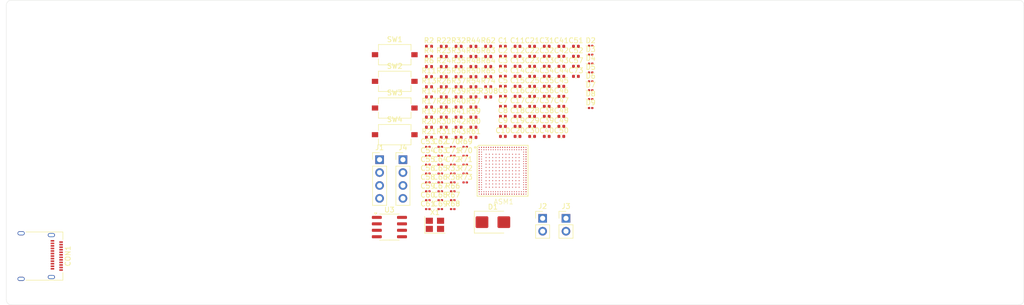
<source format=kicad_pcb>
(kicad_pcb (version 20241229) (generator "pcbnew") (generator_version "9.0")
  (layers (0 "F.Cu" signal "L1.Cu") (4 "In1.Cu" power "L2.Cu") (6 "In2.Cu" signal "L3.Cu") (8 "In3.Cu" power "L4.Cu") (10 "In4.Cu" signal "L5.Cu") (12 "In5.Cu" power "L6.Cu") (14 "In6.Cu" power "L7.Cu") (16 "In7.Cu" power "L8.Cu") (18 "In8.Cu" power "L9.Cu") (20 "In9.Cu" power "L10.Cu") (22 "In10.Cu" power "L11.Cu") (24 "In11.Cu" signal "L12.Cu") (26 "In12.Cu" signal "L13.Cu") (28 "In13.Cu" signal "L14.Cu") (30 "In14.Cu" signal "L15.Cu") (2 "B.Cu" signal "L16.Cu") (13 "F.Paste" user) (15 "B.Paste" user) (5 "F.SilkS" user "F.Silkscreen") (7 "B.SilkS" user "B.Silkscreen") (1 "F.Mask" user) (3 "B.Mask" user) (25 "Edge.Cuts" user))
  (net 0 "")
  (net 3 "HDDPC")
  (net 4 "VDD095")
  (net 5 "PTX2+")
  (net 6 "GPIO21")
  (net 7 "PRX2-")
  (net 8 "PRX0-")
  (net 9 "GPIO0")
  (net 10 "PRX1+")
  (net 11 "REFCLK2-")
  (net 12 "UREXT")
  (net 13 "UD+")
  (net 14 "REFCLK0+")
  (net 15 "PTX2-")
  (net 16 "PTX3-")
  (net 17 "PERST_B2")
  (net 20 "GPIO26")
  (net 21 "PRX2+")
  (net 22 "REFCLK1-")
  (net 24 "SPI_CS#")
  (net 25 "SBU1")
  (net 27 "PERST_B1")
  (net 28 "SPI_CLK")
  (net 29 "PTX3+")
  (net 30 "URX1-")
  (net 31 "URX0+")
  (net 32 "P1_LED")
  (net 33 "SPI_DO")
  (net 36 "GPIO19")
  (net 39 "UTX0+")
  (net 40 "P3_LED")
  (net 43 "PTX1-")
  (net 44 "UTX1-")
  (net 45 "URX0-")
  (net 46 "I2C_DATA_PD")
  (net 48 "REFCLK3+")
  (net 49 "XO")
  (net 50 "GPIO8")
  (net 52 "SBU2")
  (net 53 "UART_RX")
  (net 56 "GPIO22")
  (net 57 "GPIO23")
  (net 58 "UTX0-")
  (net 59 "SPI_DI")
  (net 61 "X1")
  (net 62 "URX1+")
  (net 63 "UD-")
  (net 65 "GPIO14")
  (net 67 "REFCLK2+")
  (net 69 "UTX1+")
  (net 73 "PRX3-")
  (net 74 "PTX1+")
  (net 78 "GPIO3")
  (net 79 "CC2")
  (net 83 "REFCLK0-")
  (net 84 "PRX3+")
  (net 85 "GPIO27")
  (net 87 "UART_TX")
  (net 89 "PRX1-")
  (net 92 "P4_LED")
  (net 93 "PERST_B3")
  (net 95 "REFCLK1+")
  (net 110 "VBUS")
  (net 111 "GPIO25")
  (net 118 "GPIO20")
  (net 120 "PERST_B")
  (net 122 "GPIO2")
  (net 124 "GPIO24")
  (net 125 "CC1")
  (net 126 "PTX0+")
  (net 131 "RST")
  (net 132 "PTX0-")
  (net 133 "PRX0+")
  (net 134 "TEST_EN")
  (net 135 "GPIO1")
  (net 136 "I2C_CLK_PD")
  (net 137 "P2_LED")
  (net 138 "REFCLK3-")
  (net 139 "VCC18")
  (net 140 "VCC33_SYS")
  (net 141 "VCCA33")
  (net 142 "HDDPC_C")
  (net 143 "XI")
  (net 144 "/GPU/GPU1/ERASE")
  (net 145 "/GPU/GPU1/CLONE")
  (net 146 "+5V_BUS_CON")
  (net 147 "Net-(C57-Pad2)")
  (net 148 "URX0+_CON")
  (net 149 "URX0-_CON")
  (net 150 "URX1+_CON")
  (net 151 "URX1-_CON")
  (net 152 "/GPU/GPU1/VBUS_CON")
  (net 153 "UTX0+_CON")
  (net 154 "UTX0-_CON")
  (net 155 "UTX1+_CON")
  (net 156 "UTX1-_CON")
  (net 157 "UD+_C")
  (net 158 "SBU2_C")
  (net 159 "CC2_C")
  (net 160 "SBU1_C")
  (net 161 "CC1_C")
  (net 162 "UD-_C")
  (net 163 "+5V_BUS")
  (net 164 "Net-(J1-Pin_1)")
  (net 165 "/GPU/GPU1/I2C_INT_PDC")
  (net 166 "/GPU/GPU1/I2C_VCC_P")
  (net 167 "I2C_DATA_P1")
  (net 168 "I2C_CLK_P1")
  (net 169 "GPIO0_LED")
  (net 170 "GPIO3_LED")
  (net 171 "Net-(U3-~{WP})")
  (net 172 "Net-(U3-~{HOLD})")
  (net 173 "UART_RX_PRSNT0")
  (net 174 "Net-(CON1-SHIELD)")
  (net 175 "GND")
  (footprint "Resistor_SMD:R_0402_1005Metric" (layer "F.Cu") (at 138.89 115.03)
    (property "Reference" "R42" (at 0 -1.17 0) (layer "F.SilkS"))
    (property "Value" "12.1KΩ")
    (pad "1" smd roundrect (at -0.51 0) (size 0.54 0.64) (layers "F.Cu" "F.Mask" "F.Paste") (net 175 "GND"))
    (pad "2" smd roundrect (at 0.51 0) (size 0.54 0.64) (layers "F.Cu" "F.Mask" "F.Paste") (net 12 "UREXT"))
  )
  (footprint "Capacitor_SMD:C_0402_1005Metric" (layer "F.Cu") (at 147.6 101.07)
    (property "Reference" "C2" (at 0 -1.16 0) (layer "F.SilkS"))
    (property "Value" "2.2UF/6.3V")
    (pad "1" smd roundrect (at -0.48 0) (size 0.56 0.62) (layers "F.Cu" "F.Mask" "F.Paste") (net 139 "VCC18"))
    (pad "2" smd roundrect (at 0.48 0) (size 0.56 0.62) (layers "F.Cu" "F.Mask" "F.Paste") (net 175 "GND"))
  )
  (footprint "Capacitor_SMD:C_0402_1005Metric" (layer "F.Cu") (at 156.21 114.86)
    (property "Reference" "C39" (at 0 -1.16 0) (layer "F.SilkS"))
    (property "Value" "0.22UF/10V")
    (pad "1" smd roundrect (at -0.48 0) (size 0.56 0.62) (layers "F.Cu" "F.Mask" "F.Paste") (net 4 "VDD095"))
    (pad "2" smd roundrect (at 0.48 0) (size 0.56 0.62) (layers "F.Cu" "F.Mask" "F.Paste") (net 175 "GND"))
  )
  (footprint "Capacitor_SMD:C_0402_1005Metric" (layer "F.Cu") (at 150.47 101.07)
    (property "Reference" "C12" (at 0 -1.16 0) (layer "F.SilkS"))
    (property "Value" "10UF/6.3V")
    (pad "1" smd roundrect (at -0.48 0) (size 0.56 0.62) (layers "F.Cu" "F.Mask" "F.Paste") (net 4 "VDD095"))
    (pad "2" smd roundrect (at 0.48 0) (size 0.56 0.62) (layers "F.Cu" "F.Mask" "F.Paste") (net 175 "GND"))
  )
  (footprint "Resistor_SMD:R_0201_0603Metric" (layer "F.Cu") (at 140.19 120.64)
    (property "Reference" "R70" (at 0 -1.05 0) (layer "F.SilkS"))
    (property "Value" "220KΩ")
    (pad "1" smd roundrect (at -0.32 0) (size 0.46 0.4) (layers "F.Cu" "F.Mask") (net 175 "GND"))
    (pad "2" smd roundrect (at 0.32 0) (size 0.46 0.4) (layers "F.Cu" "F.Mask") (net 150 "URX1+_CON"))
  )
  (footprint "Resistor_SMD:R_0402_1005Metric" (layer "F.Cu") (at 141.8 115.03)
    (property "Reference" "R60" (at 0 -1.17 0) (layer "F.SilkS"))
    (property "Value" "10KΩ")
    (pad "1" smd roundrect (at -0.51 0) (size 0.54 0.64) (layers "F.Cu" "F.Mask" "F.Paste") (net 175 "GND"))
    (pad "2" smd roundrect (at 0.51 0) (size 0.54 0.64) (layers "F.Cu" "F.Mask" "F.Paste") (net 152 "/GPU/GPU1/VBUS_CON"))
  )
  (footprint "Capacitor_SMD:C_0402_1005Metric" (layer "F.Cu") (at 147.6 112.89)
    (property "Reference" "C8" (at 0 -1.16 0) (layer "F.SilkS"))
    (property "Value" "0.22UF/10V")
    (pad "1" smd roundrect (at -0.48 0) (size 0.56 0.62) (layers "F.Cu" "F.Mask" "F.Paste") (net 141 "VCCA33"))
    (pad "2" smd roundrect (at 0.48 0) (size 0.56 0.62) (layers "F.Cu" "F.Mask" "F.Paste") (net 175 "GND"))
  )
  (footprint "Capacitor_SMD:C_0402_1005Metric" (layer "F.Cu") (at 150.47 112.89)
    (property "Reference" "C18" (at 0 -1.16 0) (layer "F.SilkS"))
    (property "Value" "10UF/6.3V")
    (pad "1" smd roundrect (at -0.48 0) (size 0.56 0.62) (layers "F.Cu" "F.Mask" "F.Paste") (net 4 "VDD095"))
    (pad "2" smd roundrect (at 0.48 0) (size 0.56 0.62) (layers "F.Cu" "F.Mask" "F.Paste") (net 175 "GND"))
  )
  (footprint "Resistor_SMD:R_0402_1005Metric" (layer "F.Cu") (at 141.8 103.09)
    (property "Reference" "R48" (at 0 -1.17 0) (layer "F.SilkS"))
    (property "Value" "4.7KΩ")
    (pad "1" smd roundrect (at -0.51 0) (size 0.54 0.64) (layers "F.Cu" "F.Mask" "F.Paste") (net 33 "SPI_DO"))
    (pad "2" smd roundrect (at 0.51 0) (size 0.54 0.64) (layers "F.Cu" "F.Mask" "F.Paste") (net 175 "GND"))
  )
  (footprint "Capacitor_SMD:C_0402_1005Metric" (layer "F.Cu") (at 147.6 108.95)
    (property "Reference" "C6" (at 0 -1.16 0) (layer "F.SilkS"))
    (property "Value" "10UF/6.3V")
    (pad "1" smd roundrect (at -0.48 0) (size 0.56 0.62) (layers "F.Cu" "F.Mask" "F.Paste") (net 140 "VCC33_SYS"))
    (pad "2" smd roundrect (at 0.48 0) (size 0.56 0.62) (layers "F.Cu" "F.Mask" "F.Paste") (net 175 "GND"))
  )
  (footprint "Capacitor_SMD:C_0402_1005Metric" (layer "F.Cu") (at 156.21 101.07)
    (property "Reference" "C32" (at 0 -1.16 0) (layer "F.SilkS"))
    (property "Value" "0.22UF/6.3V")
    (pad "1" smd roundrect (at -0.48 0) (size 0.56 0.62) (layers "F.Cu" "F.Mask" "F.Paste") (net 4 "VDD095"))
    (pad "2" smd roundrect (at 0.48 0) (size 0.56 0.62) (layers "F.Cu" "F.Mask" "F.Paste") (net 175 "GND"))
  )
  (footprint "Capacitor_SMD:C_0201_0603Metric" (layer "F.Cu") (at 132.84 118.89)
    (property "Reference" "C53" (at 0 -1.05 0) (layer "F.SilkS"))
    (property "Value" "220PF/50V")
    (pad "1" smd roundrect (at -0.32 0) (size 0.46 0.4) (layers "F.Cu" "F.Mask") (net 175 "GND"))
    (pad "2" smd roundrect (at 0.32 0) (size 0.46 0.4) (layers "F.Cu" "F.Mask") (net 79 "CC2"))
  )
  (footprint "Capacitor_SMD:C_0201_0603Metric" (layer "F.Cu") (at 137.74 120.64)
    (property "Reference" "C71" (at 0 -1.05 0) (layer "F.SilkS"))
    (property "Value" "0.33UF/25V")
    (pad "1" smd roundrect (at -0.32 0) (size 0.46 0.4) (layers "F.Cu" "F.Mask") (net 69 "UTX1+"))
    (pad "2" smd roundrect (at 0.32 0) (size 0.46 0.4) (layers "F.Cu" "F.Mask") (net 155 "UTX1+_CON"))
  )
  (footprint "Resistor_SMD:R_0402_1005Metric" (layer "F.Cu") (at 133.07 101.1)
    (property "Reference" "R4" (at 0 -1.17 0) (layer "F.SilkS"))
    (property "Value" "0Ω")
    (pad "1" smd roundrect (at -0.51 0) (size 0.54 0.64) (layers "F.Cu" "F.Mask" "F.Paste") (net 141 "VCCA33"))
    (pad "2" smd roundrect (at 0.51 0) (size 0.54 0.64) (layers "F.Cu" "F.Mask" "F.Paste") (net 140 "VCC33_SYS"))
  )
  (footprint "Capacitor_SMD:C_0201_0603Metric" (layer "F.Cu") (at 132.84 120.64)
    (property "Reference" "C54" (at 0 -1.05 0) (layer "F.SilkS"))
    (property "Value" "220PF/50V")
    (pad "1" smd roundrect (at -0.32 0) (size 0.46 0.4) (layers "F.Cu" "F.Mask") (net 175 "GND"))
    (pad "2" smd roundrect (at 0.32 0) (size 0.46 0.4) (layers "F.Cu" "F.Mask") (net 125 "CC1"))
  )
  (footprint "Capacitor_SMD:C_0402_1005Metric" (layer "F.Cu") (at 156.21 110.92)
    (property "Reference" "C37" (at 0 -1.16 0) (layer "F.SilkS"))
    (property "Value" "0.22UF/6.3V")
    (pad "1" smd roundrect (at -0.48 0) (size 0.56 0.62) (layers "F.Cu" "F.Mask" "F.Paste") (net 139 "VCC18"))
    (pad "2" smd roundrect (at 0.48 0) (size 0.56 0.62) (layers "F.Cu" "F.Mask" "F.Paste") (net 175 "GND"))
  )
  (footprint "Diode_SMD:D_0201_0603Metric" (layer "F.Cu") (at 164.845 109.49)
    (property "Reference" "D8" (at 0 -1.05 0) (layer "F.SilkS"))
    (property "Value" "ESD150")
    (pad "1" smd roundrect (at -0.32 0) (size 0.46 0.4) (layers "F.Cu" "F.Mask") (net 151 "URX1-_CON"))
    (pad "2" smd roundrect (at 0.32 0) (size 0.46 0.4) (layers "F.Cu" "F.Mask") (net 175 "GND"))
  )
  (footprint "Resistor_SMD:R_0402_1005Metric" (layer "F.Cu") (at 133.07 109.06)
    (property "Reference" "R14" (at 0 -1.17 0) (layer "F.SilkS"))
    (property "Value" "1KΩ")
    (pad "1" smd roundrect (at -0.51 0) (size 0.54 0.64) (layers "F.Cu" "F.Mask" "F.Paste") (net 142 "HDDPC_C"))
    (pad "2" smd roundrect (at 0.51 0) (size 0.54 0.64) (layers "F.Cu" "F.Mask" "F.Paste") (net 175 "GND"))
  )
  (footprint "Capacitor_SMD:C_0201_0603Metric" (layer "F.Cu") (at 135.29 131.14)
    (property "Reference" "C69" (at 0 -1.05 0) (layer "F.SilkS"))
    (property "Value" "0.33UF/25V")
    (pad "1" smd roundrect (at -0.32 0) (size 0.46 0.4) (layers "F.Cu" "F.Mask") (net 39 "UTX0+"))
    (pad "2" smd roundrect (at 0.32 0) (size 0.46 0.4) (layers "F.Cu" "F.Mask") (net 153 "UTX0+_CON"))
  )
  (footprint "Button_Switch_SMD:SW_Tactile_SPST_NO_Straight_CK_PTS636Sx25SMTRLFS" (layer "F.Cu") (at 126.34 111.24)
    (property "Reference" "SW3" (at 0 -3 0) (layer "F.SilkS"))
    (property "Value" "SW_Push")
    (pad "1" smd rect (at -3.875 0) (size 1.25 1) (layers "F.Cu" "F.Mask" "F.Paste") (net 145 "/GPU/GPU1/CLONE"))
    (pad "2" smd rect (at 3.875 0) (size 1.25 1) (layers "F.Cu" "F.Mask" "F.Paste") (net 175 "GND"))
  )
  (footprint "Resistor_SMD:R_0402_1005Metric" (layer "F.Cu") (at 141.8 107.07)
    (property "Reference" "R54" (at 0 -1.17 0) (layer "F.SilkS"))
    (property "Value" "0Ω")
    (pad "1" smd roundrect (at -0.51 0) (size 0.54 0.64) (layers "F.Cu" "F.Mask" "F.Paste") (net 146 "+5V_BUS_CON"))
    (pad "2" smd roundrect (at 0.51 0) (size 0.54 0.64) (layers "F.Cu" "F.Mask" "F.Paste") (net 163 "+5V_BUS"))
  )
  (footprint "Capacitor_SMD:C_0402_1005Metric" (layer "F.Cu") (at 150.47 110.92)
    (property "Reference" "C17" (at 0 -1.16 0) (layer "F.SilkS"))
    (property "Value" "2.2UF/6.3V")
    (pad "1" smd roundrect (at -0.48 0) (size 0.56 0.62) (layers "F.Cu" "F.Mask" "F.Paste") (net 139 "VCC18"))
    (pad "2" smd roundrect (at 0.48 0) (size 0.56 0.62) (layers "F.Cu" "F.Mask" "F.Paste") (net 175 "GND"))
  )
  (footprint "Button_Switch_SMD:SW_Tactile_SPST_NO_Straight_CK_PTS636Sx25SMTRLFS" (layer "F.Cu") (at 126.34 105.99)
    (property "Reference" "SW2" (at 0 -3 0) (layer "F.SilkS"))
    (property "Value" "SW_Push")
    (pad "1" smd rect (at -3.875 0) (size 1.25 1) (layers "F.Cu" "F.Mask" "F.Paste") (net 131 "RST"))
    (pad "2" smd rect (at 3.875 0) (size 1.25 1) (layers "F.Cu" "F.Mask" "F.Paste") (net 175 "GND"))
  )
  (footprint "Diode_SMD:D_SMB" (layer "F.Cu") (at 145.635 133.71)
    (property "Reference" "D1" (at 0 -3 0) (layer "F.SilkS"))
    (property "Value" "SR34")
    (pad "1" smd roundrect (at -2.15 0) (size 2.5 2.3) (layers "F.Cu" "F.Mask" "F.Paste") (roundrect_rratio 0.1086956522) (net 163 "+5V_BUS"))
    (pad "2" smd roundrect (at 2.15 0) (size 2.5 2.3) (layers "F.Cu" "F.Mask" "F.Paste") (roundrect_rratio 0.1086956522) (net 146 "+5V_BUS_CON"))
  )
  (footprint "Capacitor_SMD:C_0201_0603Metric" (layer "F.Cu") (at 132.84 127.64)
    (property "Reference" "C59" (at 0 -1.05 0) (layer "F.SilkS"))
    (property "Value" "0.1UF/25V")
    (pad "1" smd roundrect (at -0.32 0) (size 0.46 0.4) (layers "F.Cu" "F.Mask") (net 146 "+5V_BUS_CON"))
    (pad "2" smd roundrect (at 0.32 0) (size 0.46 0.4) (layers "F.Cu" "F.Mask") (net 175 "GND"))
  )
  (footprint "Capacitor_SMD:C_0402_1005Metric" (layer "F.Cu") (at 156.21 106.98)
    (property "Reference" "C35" (at 0 -1.16 0) (layer "F.SilkS"))
    (property "Value" "0.22UF/10V")
    (pad "1" smd roundrect (at -0.48 0) (size 0.56 0.62) (layers "F.Cu" "F.Mask" "F.Paste") (net 140 "VCC33_SYS"))
    (pad "2" smd roundrect (at 0.48 0) (size 0.56 0.62) (layers "F.Cu" "F.Mask" "F.Paste") (net 175 "GND"))
  )
  (footprint "Capacitor_SMD:C_0402_1005Metric" (layer "F.Cu") (at 150.47 116.83)
    (property "Reference" "C20" (at 0 -1.16 0) (layer "F.SilkS"))
    (property "Value" "10UF/6.3V")
    (pad "1" smd roundrect (at -0.48 0) (size 0.56 0.62) (layers "F.Cu" "F.Mask" "F.Paste") (net 139 "VCC18"))
    (pad "2" smd roundrect (at 0.48 0) (size 0.56 0.62) (layers "F.Cu" "F.Mask" "F.Paste") (net 175 "GND"))
  )
  (footprint "Diode_SMD:D_0201_0603Metric" (layer "F.Cu") (at 164.845 104.24)
    (property "Reference" "D5" (at 0 -1.05 0) (layer "F.SilkS"))
    (property "Value" "ESD150")
    (pad "1" smd roundrect (at -0.32 0) (size 0.46 0.4) (layers "F.Cu" "F.Mask") (net 154 "UTX0-_CON"))
    (pad "2" smd roundrect (at 0.32 0) (size 0.46 0.4) (layers "F.Cu" "F.Mask") (net 175 "GND"))
  )
  (footprint "Resistor_SMD:R_0402_1005Metric" (layer "F.Cu") (at 133.07 107.07)
    (property "Reference" "R13" (at 0 -1.17 0) (layer "F.SilkS"))
    (property "Value" "4.7KΩ")
    (pad "1" smd roundrect (at -0.51 0) (size 0.54 0.64) (layers "F.Cu" "F.Mask" "F.Paste") (net 3 "HDDPC"))
    (pad "2" smd roundrect (at 0.51 0) (size 0.54 0.64) (layers "F.Cu" "F.Mask" "F.Paste") (net 175 "GND"))
  )
  (footprint "Diode_SMD:D_0201_0603Metric" (layer "F.Cu") (at 164.845 107.74)
    (property "Reference" "D7" (at 0 -1.05 0) (layer "F.SilkS"))
    (property "Value" "ESD150")
    (pad "1" smd roundrect (at -0.32 0) (size 0.46 0.4) (layers "F.Cu" "F.Mask") (net 148 "URX0+_CON"))
    (pad "2" smd roundrect (at 0.32 0) (size 0.46 0.4) (layers "F.Cu" "F.Mask") (net 175 "GND"))
  )
  (footprint "Resistor_SMD:R_0402_1005Metric" (layer "F.Cu") (at 144.71 109.06)
    (property "Reference" "R308" (at 0 -1.17 0) (layer "F.SilkS"))
    (property "Value" "0Ω")
    (pad "1" smd roundrect (at -0.51 0) (size 0.54 0.64) (layers "F.Cu" "F.Mask" "F.Paste") (net 173 "UART_RX_PRSNT0"))
    (pad "2" smd roundrect (at 0.51 0) (size 0.54 0.64) (layers "F.Cu" "F.Mask" "F.Paste") (net 53 "UART_RX"))
  )
  (footprint "Capacitor_SMD:C_0201_0603Metric" (layer "F.Cu") (at 137.74 118.89)
    (property "Reference" "C70" (at 0 -1.05 0) (layer "F.SilkS"))
    (property "Value" "0.33UF/25V")
    (pad "1" smd roundrect (at -0.32 0) (size 0.46 0.4) (layers "F.Cu" "F.Mask") (net 58 "UTX0-"))
    (pad "2" smd roundrect (at 0.32 0) (size 0.46 0.4) (layers "F.Cu" "F.Mask") (net 154 "UTX0-_CON"))
  )
  (footprint "Resistor_SMD:R_0201_0603Metric" (layer "F.Cu") (at 137.74 131.14)
    (property "Reference" "R68" (at 0 -1.05 0) (layer "F.SilkS"))
    (property "Value" "220KΩ")
    (pad "1" smd roundrect (at -0.32 0) (size 0.46 0.4) (layers "F.Cu" "F.Mask") (net 175 "GND"))
    (pad "2" smd roundrect (at 0.32 0) (size 0.46 0.4) (layers "F.Cu" "F.Mask") (net 156 "UTX1-_CON"))
  )
  (footprint "Capacitor_SMD:C_0402_1005Metric" (layer "F.Cu") (at 150.47 99.1)
    (property "Reference" "C11" (at 0 -1.16 0) (layer "F.SilkS"))
    (property "Value" "2.2UF/6.3V")
    (pad "1" smd roundrect (at -0.48 0) (size 0.56 0.62) (layers "F.Cu" "F.Mask" "F.Paste") (net 140 "VCC33_SYS"))
    (pad "2" smd roundrect (at 0.48 0) (size 0.56 0.62) (layers "F.Cu" "F.Mask" "F.Paste") (net 175 "GND"))
  )
  (footprint "Resistor_SMD:R_0402_1005Metric" (layer "F.Cu") (at 133.07 113.04)
    (property "Reference" "R19" (at 0 -1.17 0) (layer "F.SilkS"))
    (property "Value" "0Ω")
    (pad "1" smd roundrect (at -0.51 0) (size 0.54 0.64) (layers "F.Cu" "F.Mask" "F.Paste") (net 170 "GPIO3_LED"))
    (pad "2" smd roundrect (at 0.51 0) (size 0.54 0.64) (layers "F.Cu" "F.Mask" "F.Paste") (net 78 "GPIO3"))
  )
  (footprint "Capacitor_SMD:C_0402_1005Metric" (layer "F.Cu") (at 153.34 106.98)
    (property "Reference" "C25" (at 0 -1.16 0) (layer "F.SilkS"))
    (property "Value" "0.22UF/6.3V")
    (pad "1" smd roundrect (at -0.48 0) (size 0.56 0.62) (layers "F.Cu" "F.Mask" "F.Paste") (net 139 "VCC18"))
    (pad "2" smd roundrect (at 0.48 0) (size 0.56 0.62) (layers "F.Cu" "F.Mask" "F.Paste") (net 175 "GND"))
  )
  (footprint "Connector_PinHeader_2.54mm:PinHeader_1x02_P2.54mm_Vertical" (layer "F.Cu") (at 160 132.96)
    (property "Reference" "J3" (at 0 -2.38 0) (layer "F.SilkS"))
    (property "Value" "Conn_01x02")
    (pad "1" thru_hole rect (at 0 0) (size 1.7 1.7) (drill 1) (layers "*.Cu" "*.Mask") (net 165 "/GPU/GPU1/I2C_INT_PDC"))
    (pad "2" thru_hole circle (at 0 2.54) (size 1.7 1.7) (drill 1) (layers "*.Cu" "*.Mask") (net 175 "GND"))
  )
  (footprint "Resistor_SMD:R_0402_1005Metric" (layer "F.Cu") (at 138.89 103.09)
    (property "Reference" "R35" (at 0 -1.17 0) (layer "F.SilkS"))
    (property "Value" "1KΩ")
    (pad "1" smd roundrect (at -0.51 0) (size 0.54 0.64) (layers "F.Cu" "F.Mask" "F.Paste") (net 131 "RST"))
    (pad "2" smd roundrect (at 0.51 0) (size 0.54 0.64) (layers "F.Cu" "F.Mask" "F.Paste") (net 175 "GND"))
  )
  (footprint "Resistor_SMD:R_0402_1005Metric" (layer "F.Cu") (at 135.98 101.1)
    (property "Reference" "R23" (at 0 -1.17 0) (layer "F.SilkS"))
    (property "Value" "1KΩ")
    (pad "1" smd roundrect (at -0.51 0) (size 0.54 0.64) (layers "F.Cu" "F.Mask" "F.Paste") (net 17 "PERST_B2"))
    (pad "2" smd roundrect (at 0.51 0) (size 0.54 0.64) (layers "F.Cu" "F.Mask" "F.Paste") (net 175 "GND"))
  )
  (footprint "Connector_PinHeader_2.54mm:PinHeader_1x02_P2.54mm_Vertical" (layer "F.Cu") (at 155.41 132.96)
    (property "Reference" "J2" (at 0 -2.38 0) (layer "F.SilkS"))
    (property "Value" "Conn_01x02")
    (pad "1" thru_hole rect (at 0 0) (size 1.7 1.7) (drill 1) (layers "*.Cu" "*.Mask") (net 163 "+5V_BUS"))
    (pad "2" thru_hole circle (at 0 2.54) (size 1.7 1.7) (drill 1) (layers "*.Cu" "*.Mask") (net 146 "+5V_BUS_CON"))
  )
  (footprint "Resistor_SMD:R_0201_0603Metric" (layer "F.Cu") (at 140.19 125.89)
    (property "Reference" "R73" (at 0 -1.05 0) (layer "F.SilkS"))
    (property "Value" "220KΩ")
    (pad "1" smd roundrect (at -0.32 0) (size 0.46 0.4) (layers "F.Cu" "F.Mask") (net 175 "GND"))
    (pad "2" smd roundrect (at 0.32 0) (size 0.46 0.4) (layers "F.Cu" "F.Mask") (net 149 "URX0-_CON"))
  )
  (footprint "Capacitor_SMD:C_0201_0603Metric" (layer "F.Cu") (at 135.29 120.64)
    (property "Reference" "C63" (at 0 -1.05 0) (layer "F.SilkS"))
    (property "Value" "0.33UF/25V")
    (pad "1" smd roundrect (at -0.32 0) (size 0.46 0.4) (layers "F.Cu" "F.Mask") (net 45 "URX0-"))
    (pad "2" smd roundrect (at 0.32 0) (size 0.46 0.4) (layers "F.Cu" "F.Mask") (net 149 "URX0-_CON"))
  )
  (footprint "Diode_SMD:D_0201_0603Metric" (layer "F.Cu") (at 164.845 100.74)
    (property "Reference" "D3" (at 0 -1.05 0) (layer "F.SilkS"))
    (property "Value" "ESD150")
    (pad "1" smd roundrect (at -0.32 0) (size 0.46 0.4) (layers "F.Cu" "F.Mask") (net 153 "UTX0+_CON"))
    (pad "2" smd roundrect (at 0.32 0) (size 0.46 0.4) (layers "F.Cu" "F.Mask") (net 175 "GND"))
  )
  (footprint "Resistor_SMD:R_0402_1005Metric" (layer "F.Cu") (at 141.8 99.11)
    (property "Reference" "R44" (at 0 -1.17 0) (layer "F.SilkS"))
    (property "Value" "4.7KΩ")
    (pad "1" smd roundrect (at -0.51 0) (size 0.54 0.64) (layers "F.Cu" "F.Mask" "F.Paste") (net 87 "UART_TX"))
    (pad "2" smd roundrect (at 0.51 0) (size 0.54 0.64) (layers "F.Cu" "F.Mask" "F.Paste") (net 140 "VCC33_SYS"))
  )
  (footprint "Connector_PinHeader_2.54mm:PinHeader_1x04_P2.54mm_Vertical" (layer "F.Cu") (at 127.95 121.41)
    (property "Reference" "J4" (at 0 -2.38 0) (layer "F.SilkS"))
    (property "Value" "Conn_01x04")
    (pad "1" thru_hole rect (at 0 0) (size 1.7 1.7) (drill 1) (layers "*.Cu" "*.Mask") (net 166 "/GPU/GPU1/I2C_VCC_P"))
    (pad "2" thru_hole circle (at 0 2.54) (size 1.7 1.7) (drill 1) (layers "*.Cu" "*.Mask") (net 175 "GND"))
    (pad "3" thru_hole circle (at 0 5.08) (size 1.7 1.7) (drill 1) (layers "*.Cu" "*.Mask") (net 167 "I2C_DATA_P1"))
    (pad "4" thru_hole circle (at 0 7.62) (size 1.7 1.7) (drill 1) (layers "*.Cu" "*.Mask") (net 168 "I2C_CLK_P1"))
  )
  (footprint "Resistor_SMD:R_0402_1005Metric" (layer "F.Cu") (at 133.07 105.08)
    (property "Reference" "R11" (at 0 -1.17 0) (layer "F.SilkS"))
    (property "Value" "0Ω")
    (pad "1" smd roundrect (at -0.51 0) (size 0.54 0.64) (layers "F.Cu" "F.Mask" "F.Paste") (net 142 "HDDPC_C"))
    (pad "2" smd roundrect (at 0.51 0) (size 0.54 0.64) (layers "F.Cu" "F.Mask" "F.Paste") (net 3 "HDDPC"))
  )
  (footprint "Capacitor_SMD:C_0402_1005Metric" (layer "F.Cu") (at 159.08 106.98)
    (property "Reference" "C45" (at 0 -1.16 0) (layer "F.SilkS"))
    (property "Value" "0.22UF/6.3V")
    (pad "1" smd roundrect (at -0.48 0) (size 0.56 0.62) (layers "F.Cu" "F.Mask" "F.Paste") (net 139 "VCC18"))
    (pad "2" smd roundrect (at 0.48 0) (size 0.56 0.62) (layers "F.Cu" "F.Mask" "F.Paste") (net 175 "GND"))
  )
  (footprint "Capacitor_SMD:C_0402_1005Metric" (layer "F.Cu") (at 161.95 99.1)
    (property "Reference" "C51" (at 0 -1.16 0) (layer "F.SilkS"))
    (property "Value" "1UF/10V")
    (pad "1" smd roundrect (at -0.48 0) (size 0.56 0.62) (layers "F.Cu" "F.Mask" "F.Paste") (net 175 "GND"))
    (pad "2" smd roundrect (at 0.48 0) (size 0.56 0.62) (layers "F.Cu" "F.Mask" "F.Paste") (net 78 "GPIO3"))
  )
  (footprint "Resistor_SMD:R_0402_1005Metric" (layer "F.Cu") (at 133.07 99.11)
    (property "Reference" "R2" (at 0 -1.17 0) (layer "F.SilkS"))
    (property "Value" "20Ω")
    (pad "1" smd roundrect (at -0.51 0) (size 0.54 0.64) (layers "F.Cu" "F.Mask" "F.Paste") (net 175 "GND"))
    (pad "2" smd roundrect (at 0.51 0) (size 0.54 0.64) (layers "F.Cu" "F.Mask" "F.Paste") (net 174 "Net-(CON1-SHIELD)"))
  )
  (footprint "Resistor_SMD:R_0402_1005Metric" (layer "F.Cu") (at 138.89 105.08)
    (property "Reference" "R36" (at 0 -1.17 0) (layer "F.SilkS"))
    (property "Value" "0Ω")
    (pad "1" smd roundrect (at -0.51 0) (size 0.54 0.64) (layers "F.Cu" "F.Mask" "F.Paste") (net 25 "SBU1"))
    (pad "2" smd roundrect (at 0.51 0) (size 0.54 0.64) (layers "F.Cu" "F.Mask" "F.Paste") (net 160 "SBU1_C"))
  )
  (footprint "Resistor_SMD:R_0402_1005Metric" (layer "F.Cu") (at 133.07 117.02)
    (property "Reference" "R21" (at 0 -1.17 0) (layer "F.SilkS"))
    (property "Value" "100KΩ")
    (pad "1" smd roundrect (at -0.51 0) (size 0.54 0.64) (layers "F.Cu" "F.Mask" "F.Paste") (net 140 "VCC33_SYS"))
    (pad "2" smd roundrect (at 0.51 0) (size 0.54 0.64) (layers "F.Cu" "F.Mask" "F.Paste") (net 17 "PERST_B2"))
  )
  (footprint "Capacitor_SMD:C_0402_1005Metric" (layer "F.Cu") (at 161.95 105.01)
    (property "Reference" "C73" (at 0 -1.16 0) (layer "F.SilkS"))
    (property "Value" "0.1UF/16V")
    (pad "1" smd roundrect (at -0.48 0) (size 0.56 0.62) (layers "F.Cu" "F.Mask" "F.Paste") (net 175 "GND"))
    (pad "2" smd roundrect (at 0.48 0) (size 0.56 0.62) (layers "F.Cu" "F.Mask" "F.Paste") (net 140 "VCC33_SYS"))
  )
  (footprint "Capacitor_SMD:C_0201_0603Metric" (layer "F.Cu") (at 132.84 122.39)
    (property "Reference" "C55" (at 0 -1.05 0) (layer "F.SilkS"))
    (property "Value" "0.1UF/25V")
    (pad "1" smd roundrect (at -0.32 0) (size 0.46 0.4) (layers "F.Cu" "F.Mask") (net 146 "+5V_BUS_CON"))
    (pad "2" smd roundrect (at 0.32 0) (size 0.46 0.4) (layers "F.Cu" "F.Mask") (net 175 "GND"))
  )
  (footprint "Capacitor_SMD:C_0402_1005Metric" (layer "F.Cu") (at 159.08 116.83)
    (property "Reference" "C50" (at 0 -1.16 0) (layer "F.SilkS"))
    (property "Value" "1UF/10V")
    (pad "1" smd roundrect (at -0.48 0) (size 0.56 0.62) (layers "F.Cu" "F.Mask" "F.Paste") (net 175 "GND"))
    (pad "2" smd roundrect (at 0.48 0) (size 0.56 0.62) (layers "F.Cu" "F.Mask" "F.Paste") (net 145 "/GPU/GPU1/CLONE"))
  )
  (footprint "Capacitor_SMD:C_0402_1005Metric" (layer "F.Cu") (at 159.08 108.95)
    (property "Reference" "C46" (at 0 -1.16 0) (layer "F.SilkS"))
    (property "Value" "0.22UF/6.3V")
    (pad "1" smd roundrect (at -0.48 0) (size 0.56 0.62) (layers "F.Cu" "F.Mask" "F.Paste") (net 139 "VCC18"))
    (pad "2" smd roundrect (at 0.48 0) (size 0.56 0.62) (layers "F.Cu" "F.Mask" "F.Paste") (net 175 "GND"))
  )
  (footprint "Capacitor_SMD:C_0402_1005Metric" (layer "F.Cu") (at 153.34 101.07)
    (property "Reference" "C22" (at 0 -1.16 0) (layer "F.SilkS"))
    (property "Value" "0.22UF/6.3V")
    (pad "1" smd roundrect (at -0.48 0) (size 0.56 0.62) (layers "F.Cu" "F.Mask" "F.Paste") (net 4 "VDD095"))
    (pad "2" smd roundrect (at 0.48 0) (size 0.56 0.62) (layers "F.Cu" "F.Mask" "F.Paste") (net 175 "GND"))
  )
  (footprint "Resistor_SMD:R_0402_1005Metric" (layer "F.Cu") (at 141.8 101.1)
    (property "Reference" "R46" (at 0 -1.17 0) (layer "F.SilkS"))
    (property "Value" "4.7KΩ")
    (pad "1" smd roundrect (at -0.51 0) (size 0.54 0.64) (layers "F.Cu" "F.Mask" "F.Paste") (net 87 "UART_TX"))
    (pad "2" smd roundrect (at 0.51 0) (size 0.54 0.64) (layers "F.Cu" "F.Mask" "F.Paste") (net 175 "GND"))
  )
  (footprint "Resistor_SMD:R_0201_0603Metric" (layer "F.Cu") (at 137.74 129.39)
    (property "Reference" "R67" (at 0 -1.05 0) (layer "F.SilkS"))
    (property "Value" "220KΩ")
    (pad "1" smd roundrect (at -0.32 0) (size 0.46 0.4) (layers "F.Cu" "F.Mask") (net 175 "GND"))
    (pad "2" smd roundrect (at 0.32 0) (size 0.46 0.4) (layers "F.Cu" "F.Mask") (net 153 "UTX0+_CON"))
  )
  (footprint "Capacitor_SMD:C_0402_1005Metric" (layer "F.Cu") (at 153.34 99.1)
    (property "Reference" "C21" (at 0 -1.16 0) (layer "F.SilkS"))
    (property "Value" "10UF/6.3V")
    (pad "1" smd roundrect (at -0.48 0) (size 0.56 0.62) (layers "F.Cu" "F.Mask" "F.Paste") (net 175 "GND"))
    (pad "2" smd roundrect (at 0.48 0) (size 0.56 0.62) (layers "F.Cu" "F.Mask" "F.Paste") (net 142 "HDDPC_C"))
  )
  (footprint "Capacitor_SMD:C_0402_1005Metric" (layer "F.Cu") (at 150.47 103.04)
    (property "Reference" "C13" (at 0 -1.16 0) (layer "F.SilkS"))
    (property "Value" "10UF/6.3V")
    (pad "1" smd roundrect (at -0.48 0) (size 0.56 0.62) (layers "F.Cu" "F.Mask" "F.Paste") (net 139 "VCC18"))
    (pad "2" smd roundrect (at 0.48 0) (size 0.56 0.62) (layers "F.Cu" "F.Mask" "F.Paste") (net 175 "GND"))
  )
  (footprint "Capacitor_SMD:C_0402_1005Metric" (layer "F.Cu") (at 147.6 110.92)
    (property "Reference" "C7" (at 0 -1.16 0) (layer "F.SilkS"))
    (property "Value" "22UF/6.3V")
    (pad "1" smd roundrect (at -0.48 0) (size 0.56 0.62) (layers "F.Cu" "F.Mask" "F.Paste") (net 141 "VCCA33"))
    (pad "2" smd roundrect (at 0.48 0) (size 0.56 0.62) (layers "F.Cu" "F.Mask" "F.Paste") (net 175 "GND"))
  )
  (footprint "eGPUlib:ASM2464PDX" (layer "F.Cu") (at 147.740335 130.190003)
    (property "Reference" "ASM1" (at 0 -0.5 0) (layer "F.SilkS") (effects (font (thickness 0.1))))
    (property "Value" "~")
    (pad "A1" smd circle (at -4.800002 -11.200001) (size 0.18 0.18) (layers "F.Cu" "F.Mask" "F.Paste") (net 78 "GPIO3"))
    (pad "A2" smd oval (at -4.340002 -11.200001) (size 0.18 0.25) (layers "F.Cu" "F.Mask" "F.Paste") (net 24 "SPI_CS#"))
    (pad "A3" smd oval (at -3.880001 -11.200001) (size 0.18 0.25) (layers "F.Cu" "F.Mask" "F.Paste") (net 33 "SPI_DO"))
    (pad "A4" smd oval (at -3.420002 -11.200002) (size 0.18 0.25) (layers "F.Cu" "F.Mask" "F.Paste") (net 59 "SPI_DI"))
    (pad "A5" smd oval (at -2.960001 -11.200001) (size 0.18 0.25) (layers "F.Cu" "F.Mask" "F.Paste") (net 28 "SPI_CLK"))
    (pad "A6" smd oval (at -2.500002 -11.200001) (size 0.18 0.25) (layers "F.Cu" "F.Mask" "F.Paste") (net 32 "P1_LED"))
    (pad "A7" smd oval (at -2.040002 -11.2) (size 0.18 0.25) (layers "F.Cu" "F.Mask" "F.Paste") (net 137 "P2_LED"))
    (pad "A8" smd oval (at -1.580002 -11.200001) (size 0.18 0.25) (layers "F.Cu" "F.Mask" "F.Paste") (net 40 "P3_LED"))
    (pad "A9" smd oval (at -1.12 -11.200001) (size 0.18 0.25) (layers "F.Cu" "F.Mask" "F.Paste") (net 92 "P4_LED"))
    (pad "A10" smd oval (at -0.660002 -11.199998) (size 0.18 0.25) (layers "F.Cu" "F.Mask" "F.Paste") (net 36 "GPIO19"))
    (pad "A11" smd oval (at -0.200002 -11.200001) (size 0.18 0.25) (layers "F.Cu" "F.Mask" "F.Paste") (net 118 "GPIO20"))
    (pad "A12" smd oval (at 0.26 -11.199999) (size 0.18 0.25) (layers "F.Cu" "F.Mask" "F.Paste") (net 6 "GPIO21"))
    (pad "A13" smd oval (at 0.719996 -11.200001) (size 0.18 0.25) (layers "F.Cu" "F.Mask" "F.Paste") (net 56 "GPIO22"))
    (pad "A14" smd oval (at 1.179998 -11.200001) (size 0.18 0.25) (layers "F.Cu" "F.Mask" "F.Paste") (net 57 "GPIO23"))
    (pad "A15" smd oval (at 1.639998 -11.2) (size 0.18 0.25) (layers "F.Cu" "F.Mask" "F.Paste") (net 124 "GPIO24"))
    (pad "A16" smd oval (at 2.099998 -11.200001) (size 0.18 0.25) (layers "F.Cu" "F.Mask" "F.Paste") (net 111 "GPIO25"))
    (pad "A17" smd oval (at 2.559998 -11.200003) (size 0.18 0.25) (layers "F.Cu" "F.Mask" "F.Paste") (net 20 "GPIO26"))
    (pad "A18" smd oval (at 3.019998 -11.200002) (size 0.18 0.25) (layers "F.Cu" "F.Mask" "F.Paste") (net 85 "GPIO27"))
    (pad "A19" smd oval (at 3.479997 -11.200001) (size 0.18 0.25) (layers "F.Cu" "F.Mask" "F.Paste") (net 50 "GPIO8"))
    (pad "A20" smd oval (at 3.939997 -11.200001) (size 0.18 0.25) (layers "F.Cu" "F.Mask" "F.Paste") (net 65 "GPIO14"))
    (pad "A21" smd circle (at 4.399998 -11.200001) (size 0.18 0.18) (layers "F.Cu" "F.Mask" "F.Paste") (net 53 "UART_RX"))
    (pad "AA1" smd circle (at -4.800002 -2.000001) (size 0.18 0.18) (layers "F.Cu" "F.Mask" "F.Paste") (net 175 "GND"))
    (pad "AA2" smd oval (at -4.340001 -2.000001) (size 0.18 0.25) (layers "F.Cu" "F.Mask" "F.Paste") (net 175 "GND"))
    (pad "AA3" smd oval (at -3.880001 -2.000001) (size 0.18 0.25) (layers "F.Cu" "F.Mask" "F.Paste") (net 12 "UREXT"))
    (pad "AA4" smd oval (at -3.420002 -2) (size 0.18 0.25) (layers "F.Cu" "F.Mask" "F.Paste") (net 61 "X1"))
    (pad "AA5" smd oval (at -2.960002 -1.999999) (size 0.18 0.25) (layers "F.Cu" "F.Mask" "F.Paste") (net 175 "GND"))
    (pad "AA6" smd oval (at -2.500002 -2.000001) (size 0.18 0.25) (layers "F.Cu" "F.Mask" "F.Paste") (net 125 "CC1"))
    (pad "AA7" smd oval (at -2.040002 -2.000002) (size 0.18 0.25) (layers "F.Cu" "F.Mask" "F.Paste") (net 48 "REFCLK3+"))
    (pad "AA8" smd oval (at -1.580002 -2.000001) (size 0.18 0.25) (layers "F.Cu" "F.Mask" "F.Paste") (net 14 "REFCLK0+"))
    (pad "AA9" smd oval (at -1.12 -2.000001) (size 0.18 0.25) (layers "F.Cu" "F.Mask" "F.Paste") (net 175 "GND"))
    (pad "AA10" smd oval (at -0.660004 -2.000003) (size 0.18 0.25) (layers "F.Cu" "F.Mask" "F.Paste") (net 67 "REFCLK2+"))
    (pad "AA11" smd oval (at -0.200002 -2.000001) (size 0.18 0.25) (layers "F.Cu" "F.Mask" "F.Paste") (net 95 "REFCLK1+"))
    (pad "AA12" smd oval (at 0.259998 -2.000004) (size 0.18 0.25) (layers "F.Cu" "F.Mask" "F.Paste") (net 175 "GND"))
    (pad "AA13" smd oval (at 0.719996 -2.000001) (size 0.18 0.25) (layers "F.Cu" "F.Mask" "F.Paste") (net 84 "PRX3+"))
    (pad "AA14" smd oval (at 1.179998 -2.000001) (size 0.18 0.25) (layers "F.Cu" "F.Mask" "F.Paste") (net 175 "GND"))
    (pad "AA15" smd oval (at 1.639998 -2.000002) (size 0.18 0.25) (layers "F.Cu" "F.Mask" "F.Paste") (net 16 "PTX3-"))
    (pad "AA16" smd oval (at 2.099998 -2.000001) (size 0.18 0.25) (layers "F.Cu" "F.Mask" "F.Paste") (net 175 "GND"))
    (pad "AA17" smd oval (at 2.559997 -2.000001) (size 0.18 0.25) (layers "F.Cu" "F.Mask" "F.Paste") (net 15 "PTX2-"))
    (pad "AA18" smd oval (at 3.019998 -2) (size 0.18 0.25) (layers "F.Cu" "F.Mask" "F.Paste") (net 175 "GND"))
    (pad "AA19" smd oval (at 3.479997 -2.000001) (size 0.18 0.25) (layers "F.Cu" "F.Mask" "F.Paste") (net 7 "PRX2-"))
    (pad "AA20" smd oval (at 3.939998 -2.000001) (size 0.18 0.25) (layers "F.Cu" "F.Mask" "F.Paste") (net 175 "GND"))
    (pad "AA21" smd circle (at 4.399998 -2.000001) (size 0.18 0.18) (layers "F.Cu" "F.Mask" "F.Paste") (net 175 "GND"))
    (pad "B1" smd oval (at -4.800002 -10.74) (size 0.25 0.18) (layers "F.Cu" "F.Mask" "F.Paste") (net 122 "GPIO2"))
    (pad "B2" smd circle (at -4.340002 -10.740001) (size 0.18 0.18) (layers "F.Cu" "F.Mask" "F.Paste"))
    (pad "B3" smd circle (at -3.880002 -10.740001) (size 0.18 0.18) (layers "F.Cu" "F.Mask" "F.Paste"))
    (pad "B4" smd circle (at -3.420003 -10.740002) (size 0.18 0.18) (layers "F.Cu" "F.Mask" "F.Paste"))
    (pad "B5" smd circle (at -2.960003 -10.740001) (size 0.18 0.18) (layers "F.Cu" "F.Mask" "F.Paste"))
    (pad "B6" smd circle (at -2.500002 -10.74) (size 0.18 0.18) (layers "F.Cu" "F.Mask" "F.Paste"))
    (pad "B7" smd circle (at -2.040002 -10.740001) (size 0.18 0.18) (layers "F.Cu" "F.Mask" "F.Paste"))
    (pad "B8" smd circle (at -1.580002 -10.740001) (size 0.18 0.18) (layers "F.Cu" "F.Mask" "F.Paste"))
    (pad "B9" smd circle (at -1.120003 -10.740002) (size 0.18 0.18) (layers "F.Cu" "F.Mask" "F.Paste"))
    (pad "B10" smd circle (at -0.660003 -10.740001) (size 0.18 0.18) (layers "F.Cu" "F.Mask" "F.Paste"))
    (pad "B11" smd circle (at -0.200002 -10.740001) (size 0.18 0.18) (layers "F.Cu" "F.Mask" "F.Paste"))
    (pad "B12" smd circle (at 0.259998 -10.74) (size 0.18 0.18) (layers "F.Cu" "F.Mask" "F.Paste"))
    (pad "B13" smd circle (at 0.719997 -10.740001) (size 0.18 0.18) (layers "F.Cu" "F.Mask" "F.Paste"))
    (pad "B14" smd circle (at 1.179998 -10.740001) (size 0.18 0.18) (layers "F.Cu" "F.Mask" "F.Paste"))
    (pad "B15" smd circle (at 1.639998 -10.740001) (size 0.18 0.18) (layers "F.Cu" "F.Mask" "F.Paste"))
    (pad "B16" smd circle (at 2.1 -10.740001) (size 0.18 0.18) (layers "F.Cu" "F.Mask" "F.Paste"))
    (pad "B17" smd circle (at 2.559999 -10.740002) (size 0.18 0.18) (layers "F.Cu" "F.Mask" "F.Paste"))
    (pad "B18" smd circle (at 3.019999 -10.740001) (size 0.18 0.18) (layers "F.Cu" "F.Mask" "F.Paste"))
    (pad "B19" smd circle (at 3.479998 -10.740001) (size 0.18 0.18) (layers "F.Cu" "F.Mask" "F.Paste"))
    (pad "B20" smd circle (at 3.939998 -10.740001) (size 0.18 0.18) (layers "F.Cu" "F.Mask" "F.Paste"))
    (pad "B21" smd oval (at 4.399998 -10.740001) (size 0.25 0.18) (layers "F.Cu" "F.Mask" "F.Paste") (net 87 "UART_TX"))
    (pad "C1" smd oval (at -4.800002 -10.28) (size 0.25 0.18) (layers "F.Cu" "F.Mask" "F.Paste") (net 135 "GPIO1"))
    (pad "C2" smd circle (at -4.340002 -10.280001) (size 0.18 0.18) (layers "F.Cu" "F.Mask" "F.Paste"))
    (pad "C20" smd circle (at 3.939998 -10.280001) (size 0.18 0.18) (layers "F.Cu" "F.Mask" "F.Paste"))
    (pad "C21" smd oval (at 4.399998 -10.28) (size 0.25 0.18) (layers "F.Cu" "F.Mask" "F.Paste") (net 3 "HDDPC"))
    (pad "D1" smd oval (at -4.800003 -9.820001) (size 0.25 0.18) (layers "F.Cu" "F.Mask" "F.Paste") (net 9 "GPIO0"))
    (pad "D2" smd circle (at -4.340002 -9.820002) (size 0.18 0.18) (layers "F.Cu" "F.Mask" "F.Paste"))
    (pad "D4" smd circle (at -3.450002 -9.850001) (size 0.18 0.18) (layers "F.Cu" "F.Mask" "F.Paste") (net 175 "GND"))
    (pad "D5" smd circle (at -2.800004 -9.85) (size 0.18 0.18) (layers "F.Cu" "F.Mask" "F.Paste") (net 175 "GND"))
    (pad "D6" smd circle (at -2.150002 -9.850001) (size 0.18 0.18) (layers "F.Cu" "F.Mask" "F.Paste"))
    (pad "D8" smd circle (at -1.500002 -9.850001) (size 0.18 0.18) (layers "F.Cu" "F.Mask" "F.Paste"))
    (pad "D9" smd circle (at -0.850003 -9.85) (size 0.18 0.18) (layers "F.Cu" "F.Mask" "F.Paste"))
    (pad "D11" smd circle (at -0.200002 -9.85) (size 0.18 0.18) (layers "F.Cu" "F.Mask" "F.Paste") (net 175 "GND"))
    (pad "D13" smd circle (at 0.449999 -9.850001) (size 0.18 0.18) (layers "F.Cu" "F.Mask" "F.Paste"))
    (pad "D14" smd circle (at 1.099998 -9.850001) (size 0.18 0.18) (layers "F.Cu" "F.Mask" "F.Paste") (net 4 "VDD095"))
    (pad "D16" smd circle (at 1.749998 -9.850001) (size 0.18 0.18) (layers "F.Cu" "F.Mask" "F.Paste") (net 4 "VDD095"))
    (pad "D17" smd circle (at 2.399998 -9.85) (size 0.18 0.18) (layers "F.Cu" "F.Mask" "F.Paste") (net 175 "GND"))
    (pad "D18" smd circle (at 3.049998 -9.850001) (size 0.18 0.18) (layers "F.Cu" "F.Mask" "F.Paste") (net 175 "GND"))
    (pad "D20" smd circle (at 3.939999 -9.820002) (size 0.18 0.18) (layers "F.Cu" "F.Mask" "F.Paste"))
    (pad "D21" smd oval (at 4.399999 -9.820001) (size 0.25 0.18) (layers "F.Cu" "F.Mask" "F.Paste") (net 93 "PERST_B3"))
    (pad "E1" smd oval (at -4.800004 -9.360001) (size 0.25 0.18) (layers "F.Cu" "F.Mask" "F.Paste") (net 136 "I2C_CLK_PD"))
    (pad "E2" smd circle (at -4.340003 -9.360002) (size 0.18 0.18) (layers "F.Cu" "F.Mask" "F.Paste"))
    (pad "E4" smd circle (at -3.450001 -9.200001) (size 0.18 0.18) (layers "F.Cu" "F.Mask" "F.Paste") (net 175 "GND"))
    (pad "E5" smd circle (at -2.800002 -9.200001) (size 0.18 0.18) (layers "F.Cu" "F.Mask" "F.Paste") (net 175 "GND"))
    (pad "E6" smd circle (at -2.150004 -9.199999) (size 0.18 0.18) (layers "F.Cu" "F.Mask" "F.Paste"))
    (pad "E8" smd circle (at -1.5 -9.2) (size 0.18 0.18) (layers "F.Cu" "F.Mask" "F.Paste"))
    (pad "E9" smd circle (at -0.850003 -9.200002) (size 0.18 0.18) (layers "F.Cu" "F.Mask" "F.Paste"))
    (pad "E11" smd circle (at -0.200002 -9.200001) (size 0.18 0.18) (layers "F.Cu" "F.Mask" "F.Paste") (net 4 "VDD095"))
    (pad "E13" smd circle (at 0.449999 -9.200001) (size 0.18 0.18) (layers "F.Cu" "F.Mask" "F.Paste"))
    (pad "E14" smd circle (at 1.099996 -9.2) (size 0.18 0.18) (layers "F.Cu" "F.Mask" "F.Paste") (net 4 "VDD095"))
    (pad "E16" smd circle (at 1.749997 -9.200001) (size 0.18 0.18) (layers "F.Cu" "F.Mask" "F.Paste") (net 4 "VDD095"))
    (pad "E17" smd circle (at 2.399998 -9.200001) (size 0.18 0.18) (layers "F.Cu" "F.Mask" "F.Paste") (net 175 "GND"))
    (pad "E18" smd circle (at 3.049997 -9.200003) (size 0.18 0.18) (layers "F.Cu" "F.Mask" "F.Paste") (net 175 "GND"))
    (pad "E20" smd circle (at 3.939998 -9.360002) (size 0.18 0.18) (layers "F.Cu" "F.Mask" "F.Paste"))
    (pad "E21" smd oval (at 4.399998 -9.36) (size 0.25 0.18) (layers "F.Cu" "F.Mask" "F.Paste") (net 17 "PERST_B2"))
    (pad "F1" smd oval (at -4.800002 -8.900001) (size 0.25 0.18) (layers "F.Cu" "F.Mask" "F.Paste") (net 46 "I2C_DATA_PD"))
    (pad "F2" smd circle (at -4.340002 -8.900003) (size 0.18 0.18) (layers "F.Cu" "F.Mask" "F.Paste"))
    (pad "F4" smd circle (at -3.450002 -8.550001) (size 0.18 0.18) (layers "F.Cu" "F.Mask" "F.Paste") (net 175 "GND"))
    (pad "F5" smd circle (at -2.800002 -8.55) (size 0.18 0.18) (layers "F.Cu" "F.Mask" "F.Paste") (net 175 "GND"))
    (pad "F6" smd circle (at -2.150001 -8.55) (size 0.18 0.18) (layers "F.Cu" "F.Mask" "F.Paste"))
    (pad "F8" smd circle (at -1.5 -8.550002) (size 0.18 0.18) (layers "F.Cu" "F.Mask" "F.Paste") (net 175 "GND"))
    (pad "F9" smd circle (at -0.850002 -8.550001) (size 0.18 0.18) (layers "F.Cu" "F.Mask" "F.Paste") (net 4 "VDD095"))
    (pad "F11" smd circle (at -0.200002 -8.550001) (size 0.18 0.18) (layers "F.Cu" "F.Mask" "F.Paste") (net 4 "VDD095"))
    (pad "F13" smd circle (at 0.449998 -8.550001) (size 0.18 0.18) (layers "F.Cu" "F.Mask" "F.Paste"))
    (pad "F14" smd circle (at 1.099999 -8.550002) (size 0.18 0.18) (layers "F.Cu" "F.Mask" "F.Paste") (net 4 "VDD095"))
    (pad "F16" smd circle (at 1.749997 -8.55) (size 0.18 0.18) (layers "F.Cu" "F.Mask" "F.Paste") (net 4 "VDD095"))
    (pad "F17" smd circle (at 2.399996 -8.550003) (size 0.18 0.18) (layers "F.Cu" "F.Mask" "F.Paste") (net 175 "GND"))
    (pad "F18" smd circle (at 3.049998 -8.550001) (size 0.18 0.18) (layers "F.Cu" "F.Mask" "F.Paste") (net 175 "GND"))
    (pad "F20" smd circle (at 3.939997 -8.900001) (size 0.18 0.18) (layers "F.Cu" "F.Mask" "F.Paste"))
    (pad "F21" smd oval (at 4.399998 -8.900001) (size 0.25 0.18) (layers "F.Cu" "F.Mask" "F.Paste") (net 27 "PERST_B1"))
    (pad "G1" smd oval (at -4.800001 -8.440001) (size 0.25 0.18) (layers "F.Cu" "F.Mask" "F.Paste") (net 110 "VBUS"))
    (pad "G2" smd circle (at -4.340002 -8.440001) (size 0.18 0.18) (layers "F.Cu" "F.Mask" "F.Paste"))
    (pad "G20" smd circle (at 3.939998 -8.440001) (size 0.18 0.18) (layers "F.Cu" "F.Mask" "F.Paste"))
    (pad "G21" smd oval (at 4.399997 -8.440001) (size 0.25 0.18) (layers "F.Cu" "F.Mask" "F.Paste") (net 120 "PERST_B"))
    (pad "H1" smd oval (at -4.800002 -7.980001) (size 0.25 0.18) (layers "F.Cu" "F.Mask" "F.Paste") (net 131 "RST"))
    (pad "H2" smd circle (at -4.340002 -7.980001) (size 0.18 0.18) (layers "F.Cu" "F.Mask" "F.Paste"))
    (pad "H4" smd circle (at -3.450002 -7.900001) (size 0.18 0.18) (layers "F.Cu" "F.Mask" "F.Paste") (net 175 "GND"))
    (pad "H5" smd circle (at -2.800001 -7.899999) (size 0.18 0.18) (layers "F.Cu" "F.Mask" "F.Paste"))
    (pad "H6" smd circle (at -2.150003 -7.900002) (size 0.18 0.18) (layers "F.Cu" "F.Mask" "F.Paste"))
    (pad "H8" smd circle (at -1.500002 -7.900001) (size 0.18 0.18) (layers "F.Cu" "F.Mask" "F.Paste") (net 175 "GND"))
    (pad "H9" smd circle (at -0.850002 -7.9) (size 0.18 0.18) (layers "F.Cu" "F.Mask" "F.Paste") (net 4 "VDD095"))
    (pad "H11" smd circle (at -0.200002 -7.9) (size 0.18 0.18) (layers "F.Cu" "F.Mask" "F.Paste") (net 4 "VDD095"))
    (pad "H13" smd circle (at 0.449998 -7.900002) (size 0.18 0.18) (layers "F.Cu" "F.Mask" "F.Paste") (net 4 "VDD095"))
    (pad "H14" smd circle (at 1.099998 -7.900001) (size 0.18 0.18) (layers "F.Cu" "F.Mask" "F.Paste") (net 4 "VDD095"))
    (pad "H16" smd circle (at 1.749999 -7.899999) (size 0.18 0.18) (layers "F.Cu" "F.Mask" "F.Paste") (net 4 "VDD095"))
    (pad "H17" smd circle (at 2.399997 -7.899999) (size 0.18 0.18) (layers "F.Cu" "F.Mask" "F.Paste") (net 175 "GND"))
    (pad "H18" smd circle (at 3.049998 -7.900001) (size 0.18 0.18) (layers "F.Cu" "F.Mask" "F.Paste") (net 175 "GND"))
    (pad "H20" smd circle (at 3.939998 -7.980001) (size 0.18 0.18) (layers "F.Cu" "F.Mask" "F.Paste"))
    (pad "H21" smd oval (at 4.399998 -7.980001) (size 0.25 0.18) (layers "F.Cu" "F.Mask" "F.Paste") (net 134 "TEST_EN"))
    (pad "J1" smd oval (at -4.800002 -7.519999) (size 0.25 0.18) (layers "F.Cu" "F.Mask" "F.Paste") (net 52 "SBU2"))
    (pad "J2" smd circle (at -4.340002 -7.52) (size 0.18 0.18) (layers "F.Cu" "F.Mask" "F.Paste"))
    (pad "J4" smd circle (at -3.450002 -7.250002) (size 0.18 0.18) (layers "F.Cu" "F.Mask" "F.Paste") (net 175 "GND"))
    (pad "J5" smd circle (at -2.800002 -7.250002) (size 0.18 0.18) (layers "F.Cu" "F.Mask" "F.Paste") (net 175 "GND"))
    (pad "J6" smd circle (at -2.150002 -7.250001) (size 0.18 0.18) (layers "F.Cu" "F.Mask" "F.Paste") (net 175 "GND"))
    (pad "J8" smd circle (at -1.500003 -7.250001) (size 0.18 0.18) (layers "F.Cu" "F.Mask" "F.Paste") (net 4 "VDD095"))
    (pad "J9" smd circle (at -0.850003 -7.250001) (size 0.18 0.18) (layers "F.Cu" "F.Mask" "F.Paste") (net 4 "VDD095"))
    (pad "J11" smd circle (at -0.2 -7.250002) (size 0.18 0.18) (layers "F.Cu" "F.Mask" "F.Paste") (net 175 "GND"))
    (pad "J13" smd circle (at 0.449998 -7.250002) (size 0.18 0.18) (layers "F.Cu" "F.Mask" "F.Paste") (net 4 "VDD095"))
    (pad "J14" smd circle (at 1.099997 -7.250001) (size 0.18 0.18) (layers "F.Cu" "F.Mask" "F.Paste") (net 4 "VDD095"))
    (pad "J16" smd circle (at 1.749998 -7.250001) (size 0.18 0.18) (layers "F.Cu" "F.Mask" "F.Paste") (net 4 "VDD095"))
    (pad "J17" smd circle (at 2.399999 -7.250002) (size 0.18 0.18) (layers "F.Cu" "F.Mask" "F.Paste") (net 4 "VDD095"))
    (pad "J18" smd circle (at 3.049997 -7.250002) (size 0.18 0.18) (layers "F.Cu" "F.Mask" "F.Paste") (net 4 "VDD095"))
    (pad "J20" smd circle (at 3.939999 -7.520002) (size 0.18 0.18) (layers "F.Cu" "F.Mask" "F.Paste") (net 4 "VDD095"))
    (pad "J21" smd oval (at 4.399998 -7.519999) (size 0.25 0.18) (layers "F.Cu" "F.Mask" "F.Paste") (net 4 "VDD095"))
    (pad "K1" smd oval (at -4.8 -7.060003) (size 0.25 0.18) (layers "F.Cu" "F.Mask" "F.Paste") (net 25 "SBU1"))
    (pad "K2" smd circle (at -4.340001 -7.060001) (size 0.18 0.18) (layers "F.Cu" "F.Mask" "F.Paste") (net 175 "GND"))
    (pad "K20" smd circle (at 3.939998 -7.060002) (size 0.18 0.18) (layers "F.Cu" "F.Mask" "F.Paste") (net 4 "VDD095"))
    (pad "K21" smd oval (at 4.399995 -7.060001) (size 0.25 0.18) (layers "F.Cu" "F.Mask" "F.Paste") (net 4 "VDD095"))
    (pad "L1" smd oval (at -4.800002 -6.600001) (size 0.25 0.18) (layers "F.Cu" "F.Mask" "F.Paste") (net 175 "GND"))
    (pad "L2" smd circle (at -4.340002 -6.600001) (size 0.18 0.18) (layers "F.Cu" "F.Mask" "F.Paste") (net 175 "GND"))
    (pad "L4" smd circle (at -3.450001 -6.600001) (size 0.18 0.18) (layers "F.Cu" "F.Mask" "F.Paste") (net 175 "GND"))
    (pad "L5" smd circle (at -2.800002 -6.600001) (size 0.18 0.18) (layers "F.Cu" "F.Mask" "F.Paste") (net 175 "GND"))
    (pad "L6" smd circle (at -2.150002 -6.600001) (size 0.18 0.18) (layers "F.Cu" "F.Mask" "F.Paste"))
    (pad "L8" smd circle (at -1.500001 -6.600001) (size 0.18 0.18) (layers "F.Cu" "F.Mask" "F.Paste") (net 4 "VDD095"))
    (pad "L9" smd circle (at -0.850003 -6.600003) (size 0.18 0.18) (layers "F.Cu" "F.Mask" "F.Paste") (net 175 "GND"))
    (pad "L11" smd circle (at -0.200002 -6.600001) (size 0.18 0.18) (layers "F.Cu" "F.Mask" "F.Paste") (net 4 "VDD095"))
    (pad "L13" smd circle (at 0.449999 -6.599999) (size 0.18 0.18) (layers "F.Cu" "F.Mask" "F.Paste") (net 175 "GND"))
    (pad "L14" smd circle (at 1.099997 -6.600001) (size 0.18 0.18) (layers "F.Cu" "F.Mask" "F.Paste") (net 4 "VDD095"))
    (pad "L16" smd circle (at 1.749998 -6.600001) (size 0.18 0.18) (layers "F.Cu" "F.Mask" "F.Paste"))
    (pad "L17" smd circle (at 2.399998 -6.600001) (size 0.18 0.18) (layers "F.Cu" "F.Mask" "F.Paste"))
    (pad "L18" smd circle (at 3.049997 -6.600001) (size 0.18 0.18) (layers "F.Cu" "F.Mask" "F.Paste"))
    (pad "L20" smd circle (at 3.939998 -6.600001) (size 0.18 0.18) (layers "F.Cu" "F.Mask" "F.Paste"))
    (pad "L21" smd oval (at 4.399998 -6.600001) (size 0.25 0.18) (layers "F.Cu" "F.Mask" "F.Paste"))
    (pad "M1" smd oval (at -4.799999 -6.140001) (size 0.25 0.18) (layers "F.Cu" "F.Mask" "F.Paste") (net 13 "UD+"))
    (pad "M2" smd circle (at -4.340002 -6.14) (size 0.18 0.18) (layers "F.Cu" "F.Mask" "F.Paste") (net 63 "UD-"))
    (pad "M20" smd circle (at 3.939997 -6.140001) (size 0.18 0.18) (layers "F.Cu" "F.Mask" "F.Paste") (net 175 "GND"))
    (pad "M21" smd oval (at 4.399996 -6.139999) (size 0.25 0.18) (layers "F.Cu" "F.Mask" "F.Paste") (net 175 "GND"))
    (pad "N1" smd oval (at -4.800002 -5.680003) (size 0.25 0.18) (layers "F.Cu" "F.Mask" "F.Paste") (net 175 "GND"))
    (pad "N2" smd circle (at -4.340003 -5.68) (size 0.18 0.18) (layers "F.Cu" "F.Mask" "F.Paste") (net 175 "GND"))
    (pad "N4" smd circle (at -3.450001 -5.95) (size 0.18 0.18) (layers "F.Cu" "F.Mask" "F.Paste") (net 175 "GND"))
    (pad "N5" smd circle (at -2.800003 -5.95) (size 0.18 0.18) (layers "F.Cu" "F.Mask" "F.Paste") (net 175 "GND"))
    (pad "N6" smd circle (at -2.150002 -5.950001) (size 0.18 0.18) (layers "F.Cu" "F.Mask" "F.Paste"))
    (pad "N8" smd circle (at -1.500001 -5.950001) (size 0.18 0.18) (layers "F.Cu" "F.Mask" "F.Paste") (net 4 "VDD095"))
    (pad "N9" smd circle (at -0.850002 -5.95) (size 0.18 0.18) (layers "F.Cu" "F.Mask" "F.Paste") (net 175 "GND"))
    (pad "N11" smd circle (at -0.200004 -5.95) (size 0.18 0.18) (layers "F.Cu" "F.Mask" "F.Paste") (net 175 "GND"))
    (pad "N13" smd circle (at 0.449999 -5.950001) (size 0.18 0.18) (layers "F.Cu" "F.Mask" "F.Paste") (net 175 "GND"))
    (pad "N14" smd circle (at 1.099999 -5.950001) (size 0.18 0.18) (layers "F.Cu" "F.Mask" "F.Paste") (net 4 "VDD095"))
    (pad "N16" smd circle (at 1.749998 -5.950001) (size 0.18 0.18) (layers "F.Cu" "F.Mask" "F.Paste"))
    (pad "N17" smd circle (at 2.399998 -5.95) (size 0.18 0.18) (layers "F.Cu" "F.Mask" "F.Paste") (net 175 "GND"))
    (pad "N18" smd circle (at 3.049998 -5.95) (size 0.18 0.18) (layers "F.Cu" "F.Mask" "F.Paste") (net 175 "GND"))
    (pad "N20" smd circle (at 3.939998 -5.680002) (size 0.18 0.18) (layers "F.Cu" "F.Mask" "F.Paste") (net 8 "PRX0-"))
    (pad "N21" smd oval (at 4.399998 -5.680003) (size 0.25 0.18) (layers "F.Cu" "F.Mask" "F.Paste") (net 133 "PRX0+"))
    (pad "P1" smd oval (at -4.800002 -5.220001) (size 0.25 0.18) (layers "F.Cu" "F.Mask" "F.Paste") (net 31 "URX0+"))
    (pad "P2" smd circle (at -4.340002 -5.220001) (size 0.18 0.18) (layers "F.Cu" "F.Mask" "F.Paste") (net 45 "URX0-"))
    (pad "P4" smd circle (at -3.450002 -5.300001) (size 0.18 0.18) (layers "F.Cu" "F.Mask" "F.Paste") (net 175 "GND"))
    (pad "P5" smd circle (at -2.800001 -5.300003) (size 0.18 0.18) (layers "F.Cu" "F.Mask" "F.Paste") (net 175 "GND"))
    (pad "P6" smd circle (at -2.150003 -5.300003) (size 0.18 0.18) (layers "F.Cu" "F.Mask" "F.Paste"))
    (pad "P8" smd circle (at -1.500002 -5.300001) (size 0.18 0.18) (layers "F.Cu" "F.Mask" "F.Paste") (net 4 "VDD095"))
    (pad "P9" smd circle (at -0.850002 -5.3) (size 0.18 0.18) (layers "F.Cu" "F.Mask" "F.Paste") (net 175 "GND"))
    (pad "P11" smd circle (at -0.200002 -5.300002) (size 0.18 0.18) (layers "F.Cu" "F.Mask" "F.Paste") (net 175 "GND"))
    (pad "P13" smd circle (at 0.449998 -5.300002) (size 0.18 0.18) (layers "F.Cu" "F.Mask" "F.Paste") (net 4 "VDD095"))
    (pad "P14" smd circle (at 1.099998 -5.300001) (size 0.18 0.18) (layers "F.Cu" "F.Mask" "F.Paste") (net 4 "VDD095"))
    (pad "P16" smd circle (at 1.749999 -5.3) (size 0.18 0.18) (layers "F.Cu" "F.Mask" "F.Paste"))
    (pad "P17" smd circle (at 2.399997 -5.300003) (size 0.18 0.18) (layers "F.Cu" "F.Mask" "F.Paste") (net 175 "GND"))
    (pad "P18" smd circle (at 3.049998 -5.300001) (size 0.18 0.18) (layers "F.Cu" "F.Mask" "F.Paste") (net 175 "GND"))
    (pad "P20" smd circle (at 3.939998 -5.220001) (size 0.18 0.18) (layers "F.Cu" "F.Mask" "F.Paste") (net 175 "GND"))
    (pad "P21" smd oval (at 4.399998 -5.220001) (size 0.25 0.18) (layers "F.Cu" "F.Mask" "F.Paste") (net 175 "GND"))
    (pad "R1" smd oval (at -4.800001 -4.760001) (size 0.25 0.18) (layers "F.Cu" "F.Mask" "F.Paste") (net 175 "GND"))
    (pad "R2" smd circle (at -4.340002 -4.760001) (size 0.18 0.18) (layers "F.Cu" "F.Mask" "F.Paste") (net 175 "GND"))
    (pad "R20" smd circle (at 3.939998 -4.760001) (size 0.18 0.18) (layers "F.Cu" "F.Mask" "F.Paste") (net 126 "PTX0+"))
    (pad "R21" smd oval (at 4.399997 -4.760001) (size 0.25 0.18) (layers "F.Cu" "F.Mask" "F.Paste") (net 132 "PTX0-"))
    (pad "T1" smd oval (at -4.800002 -4.300001) (size 0.25 0.18) (layers "F.Cu" "F.Mask" "F.Paste") (net 39 "UTX0+"))
    (pad "T2" smd circle (at -4.340001 -4.300001) (size 0.18 0.18) (layers "F.Cu" "F.Mask" "F.Paste") (net 58 "UTX0-"))
    (pad "T4" smd circle (at -3.450002 -4.650001) (size 0.18 0.18) (layers "F.Cu" "F.Mask" "F.Paste") (net 175 "GND"))
    (pad "T5" smd circle (at -2.8 -4.649999) (size 0.18 0.18) (layers "F.Cu" "F.Mask" "F.Paste") (net 175 "GND"))
    (pad "T6" smd circle (at -2.150001 -4.650002) (size 0.18 0.18) (layers "F.Cu" "F.Mask" "F.Paste"))
    (pad "T8" smd circle (at -1.500003 -4.65) (size 0.18 0.18) (layers "F.Cu" "F.Mask" "F.Paste") (net 4 "VDD095"))
    (pad "T9" smd circle (at -0.850002 -4.650001) (size 0.18 0.18) (layers "F.Cu" "F.Mask" "F.Paste") (net 4 "VDD095"))
    (pad "T11" smd circle (at -0.200002 -4.650001) (size 0.18 0.18) (layers "F.Cu" "F.Mask" "F.Paste") (net 4 "VDD095"))
    (pad "T13" smd circle (at 0.449998 -4.650001) (size 0.18 0.18) (layers "F.Cu" "F.Mask" "F.Paste") (net 4 "VDD095"))
    (pad "T14" smd circle (at 1.099996 -4.65) (size 0.18 0.18) (layers "F.Cu" "F.Mask" "F.Paste") (net 4 "VDD095"))
    (pad "T16" smd circle (at 1.749997 -4.650002) (size 0.18 0.18) (layers "F.Cu" "F.Mask" "F.Paste"))
    (pad "T17" smd circle (at 2.399998 -4.650002) (size 0.18 0.18) (layers "F.Cu" "F.Mask" "F.Paste") (net 175 "GND"))
    (pad "T18" smd circle (at 3.049998 -4.650001) (size 0.18 0.18) (layers "F.Cu" "F.Mask" "F.Paste") (net 175 "GND"))
    (pad "T20" smd circle (at 3.939998 -4.299999) (size 0.18 0.18) (layers "F.Cu" "F.Mask" "F.Paste") (net 175 "GND"))
    (pad "T21" smd oval (at 4.399998 -4.300001) (size 0.25 0.18) (layers "F.Cu" "F.Mask" "F.Paste") (net 175 "GND"))
    (pad "U1" smd oval (at -4.800002 -3.840002) (size 0.25 0.18) (layers "F.Cu" "F.Mask" "F.Paste") (net 175 "GND"))
    (pad "U2" smd circle (at -4.340002 -3.84) (size 0.18 0.18) (layers "F.Cu" "F.Mask" "F.Paste") (net 175 "GND"))
    (pad "U4" smd circle (at -3.450001 -3.999999) (size 0.18 0.18) (layers "F.Cu" "F.Mask" "F.Paste") (net 175 "GND"))
    (pad "U5" smd circle (at -2.800002 -4.000001) (size 0.18 0.18) (layers "F.Cu" "F.Mask" "F.Paste") (net 175 "GND"))
    (pad "U6" smd circle (at -2.150001 -4.000001) (size 0.18 0.18) (layers "F.Cu" "F.Mask" "F.Paste"))
    (pad "U8" smd circle (at -1.5 -4.000002) (size 0.18 0.18) (layers "F.Cu" "F.Mask" "F.Paste") (net 4 "VDD095"))
    (pad "U9" smd circle (at -0.850003 -4.000001) (size 0.18 0.18) (layers "F.Cu" "F.Mask" "F.Paste") (net 4 "VDD095"))
    (pad "U11" smd circle (at -0.200002 -4.000001) (size 0.18 0.18) (layers "F.Cu" "F.Mask" "F.Paste"))
    (pad "U13" smd circle (at 0.449999 -4) (size 0.18 0.18) (layers "F.Cu" "F.Mask" "F.Paste"))
    (pad "U14" smd circle (at 1.099996 -4.000002) (size 0.18 0.18) (layers "F.Cu" "F.Mask" "F.Paste"))
    (pad "U16" smd circle (at 1.75 -4.000003) (size 0.18 0.18) (layers "F.Cu" "F.Mask" "F.Paste"))
    (pad "U17" smd circle (at 2.399998 -4.000001) (size 0.18 0.18) (layers "F.Cu" "F.Mask" "F.Paste") (net 175 "GND"))
    (pad "U18" smd circle (at 3.049997 -4.000001) (size 0.18 0.18) (layers "F.Cu" "F.Mask" "F.Paste") (net 175 "GND"))
    (pad "U20" smd circle (at 3.939999 -3.84) (size 0.18 0.18) (layers "F.Cu" "F.Mask" "F.Paste") (net 74 "PTX1+"))
    (pad "U21" smd oval (at 4.4 -3.840001) (size 0.25 0.18) (layers "F.Cu" "F.Mask" "F.Paste") (net 43 "PTX1-"))
    (pad "V1" smd oval (at -4.800003 -3.380001) (size 0.25 0.18) (layers "F.Cu" "F.Mask" "F.Paste") (net 44 "UTX1-"))
    (pad "V2" smd circle (at -4.340003 -3.38) (size 0.18 0.18) (layers "F.Cu" "F.Mask" "F.Paste") (net 69 "UTX1+"))
    (pad "V4" smd circle (at -3.450002 -3.350001) (size 0.18 0.18) (layers "F.Cu" "F.Mask" "F.Paste") (net 175 "GND"))
    (pad "V5" smd circle (at -2.800002 -3.350002) (size 0.18 0.18) (layers "F.Cu" "F.Mask" "F.Paste") (net 175 "GND"))
    (pad "V6" smd circle (at -2.150002 -3.350001) (size 0.18 0.18) (layers "F.Cu" "F.Mask" "F.Paste") (net 175 "GND"))
    (pad "V8" smd circle (at -1.500002 -3.350001) (size 0.18 0.18) (layers "F.Cu" "F.Mask" "F.Paste") (net 175 "GND"))
    (pad "V9" smd circle (at -0.850003 -3.350001) (size 0.18 0.18) (layers "F.Cu" "F.Mask" "F.Paste") (net 175 "GND"))
    (pad "V11" smd circle (at -0.200002 -3.350002) (size 0.18 0.18) (layers "F.Cu" "F.Mask" "F.Paste") (net 175 "GND"))
    (pad "V13" smd circle (at 0.449999 -3.350002) (size 0.18 0.18) (layers "F.Cu" "F.Mask" "F.Paste") (net 175 "GND"))
    (pad "V14" smd circle (at 1.099998 -3.350001) (size 0.18 0.18) (layers "F.Cu" "F.Mask" "F.Paste") (net 175 "GND"))
    (pad "V16" smd circle (at 1.749998 -3.350001) (size 0.18 0.18) (layers "F.Cu" "F.Mask" "F.Paste") (net 175 "GND"))
    (pad "V17" smd circle (at 2.4 -3.350002) (size 0.18 0.18) (layers "F.Cu" "F.Mask" "F.Paste") (net 175 "GND"))
    (pad "V18" smd circle (at 3.049998 -3.350001) (size 0.18 0.18) (layers "F.Cu" "F.Mask" "F.Paste") (net 175 "GND"))
    (pad "V20" smd circle (at 3.939998 -3.38) (size 0.18 0.18) (layers "F.Cu" "F.Mask" "F.Paste") (net 175 "GND"))
    (pad "V21" smd oval (at 4.399999 -3.380001) (size 0.25 0.18) (layers "F.Cu" "F.Mask" "F.Paste") (net 175 "GND"))
    (pad "W1" smd oval (at -4.800002 -2.920002) (size 0.25 0.18) (layers "F.Cu" "F.Mask" "F.Paste") (net 175 "GND"))
    (pad "W2" smd circle (at -4.340002 -2.920001) (size 0.18 0.18) (layers "F.Cu" "F.Mask" "F.Paste") (net 175 "GND"))
    (pad "W20" smd circle (at 3.939998 -2.920001) (size 0.18 0.18) (layers "F.Cu" "F.Mask" "F.Paste") (net 89 "PRX1-"))
    (pad "W21" smd oval (at 4.399998 -2.920002) (size 0.25 0.18) (layers "F.Cu" "F.Mask" "F.Paste") (net 10 "PRX1+"))
    (pad "Y1" smd oval (at -4.800002 -2.460001) (size 0.25 0.18) (layers "F.Cu" "F.Mask" "F.Paste") (net 30 "URX1-"))
    (pad "Y2" smd circle (at -4.340002 -2.460001) (size 0.18 0.18) (layers "F.Cu" "F.Mask" "F.Paste") (net 62 "URX1+"))
    (pad "Y3" smd circle (at -3.880002 -2.460001) (size 0.18 0.18) (layers "F.Cu" "F.Mask" "F.Paste") (net 175 "GND"))
    (pad "Y4" smd circle (at -3.420003 -2.460001) (size 0.18 0.18) (layers "F.Cu" "F.Mask" "F.Paste") (net 49 "XO"))
    (pad "Y5" smd circle (at -2.960003 -2.46) (size 0.18 0.18) (layers "F.Cu" "F.Mask" "F.Paste") (net 175 "GND"))
    (pad "Y6" smd circle (at -2.500004 -2.460001) (size 0.18 0.18) (layers "F.Cu" "F.Mask" "F.Paste") (net 79 "CC2"))
    (pad "Y7" smd circle (at -2.040002 -2.460001) (size 0.18 0.18) (layers "F.Cu" "F.Mask" "F.Paste") (net 138 "REFCLK3-"))
    (pad "Y8" smd circle (at -1.580002 -2.460001) (size 0.18 0.18) (layers "F.Cu" "F.Mask" "F.Paste") (net 83 "REFCLK0-"))
    (pad "Y9" smd circle (at -1.120001 -2.460001) (size 0.18 0.18) (layers "F.Cu" "F.Mask" "F.Paste") (net 175 "GND"))
    (pad "Y10" smd circle (at -0.660002 -2.460002) (size 0.18 0.18) (layers "F.Cu" "F.Mask" "F.Paste") (net 11 "REFCLK2-"))
    (pad "Y11" smd circle (at -0.200002 -2.460001) (size 0.18 0.18) (layers "F.Cu" "F.Mask" "F.Paste") (net 22 "REFCLK1-"))
    (pad "Y12" smd circle (at 0.259999 -2.460001) (size 0.18 0.18) (layers "F.Cu" "F.Mask" "F.Paste") (net 175 "GND"))
    (pad "Y13" smd circle (at 0.719999 -2.46) (size 0.18 0.18) (layers "F.Cu" "F.Mask" "F.Paste") (net 73 "PRX3-"))
    (pad "Y14" smd circle (at 1.179998 -2.460001) (size 0.18 0.18) (layers "F.Cu" "F.Mask" "F.Paste") (net 175 "GND"))
    (pad "Y15" smd circle (at 1.639998 -2.460001) (size 0.18 0.18) (layers "F.Cu" "F.Mask" "F.Paste") (net 29 "PTX3+"))
    (pad "Y16" smd circle (at 2.099998 -2.460002) (size 0.18 0.18) (layers "F.Cu" "F.Mask" "F.Paste") (net 175 "GND"))
    (pad "Y17" smd circle (at 2.559999 -2.460001) (size 0.18 0.18) (layers "F.Cu" "F.Mask" "F.Paste") (net 5 "PTX2+"))
    (pad "Y18" smd circle (at 3.019999 -2.46) (size 0.18 0.18) (layers "F.Cu" "F.Mask" "F.Paste") (net 175 "GND"))
    (pad "Y19" smd circle (at 3.479998 -2.460001) (size 0.18 0.18) (layers "F.Cu" "F.Mask" "F.Paste") (net 21 "PRX2+"))
    (pad "Y20" smd circle (at 3.939998 -2.460001) (size 0.18 0.18) (layers "F.Cu" "F.Mask" "F.Paste") (net 175 "GND"))
    (pad "Y21" smd oval (at 4.399998 -2.460002) (size 0.25 0.18) (layers "F.Cu" "F.Mask" "F.Paste") (net 175 "GND"))
  )
  (footprint "Capacitor_SMD:C_0201_0603Metric" (layer "F.Cu") (at 137.74 122.39)
    (property "Reference" "C72" (at 0 -1.05 0) (layer "F.SilkS"))
    (property "Value" "0.33UF/25V")
    (pad "1" smd roundrect (at -0.32 0) (size 0.46 0.4) (layers "F.Cu" "F.Mask") (net 44 "UTX1-"))
    (pad "2" smd roundrect (at 0.32 0) (size 0.46 0.4) (layers "F.Cu" "F.Mask") (net 156 "UTX1-_CON"))
  )
  (footprint "Resistor_SMD:R_0402_1005Metric" (layer "F.Cu") (at 144.71 101.1)
    (property "Reference" "R63" (at 0 -1.17 0) (layer "F.SilkS"))
    (property "Value" "0Ω")
    (pad "1" smd roundrect (at -0.51 0) (size 0.54 0.64) (layers "F.Cu" "F.Mask" "F.Paste") (net 165 "/GPU/GPU1/I2C_INT_PDC"))
    (pad "2" smd roundrect (at 0.51 0) (size 0.54 0.64) (layers "F.Cu" "F.Mask" "F.Paste") (net 135 "GPIO1"))
  )
  (footprint "Capacitor_SMD:C_0402_1005Metric" (layer "F.Cu") (at 156.21 103.04)
    (property "Reference" "C33" (at 0 -1.16 0) (layer "F.SilkS"))
    (property "Value" "0.22UF/6.3V")
    (pad "1" smd roundrect (at -0.48 0) (size 0.56 0.62) (layers "F.Cu" "F.Mask" "F.Paste") (net 139 "VCC18"))
    (pad "2" smd roundrect (at 0.48 0) (size 0.56 0.62) (layers "F.Cu" "F.Mask" "F.Paste") (net 175 "GND"))
  )
  (footprint "Capacitor_SMD:C_0402_1005Metric" (layer "F.Cu") (at 150.47 106.98)
    (property "Reference" "C15" (at 0 -1.16 0) (layer "F.SilkS"))
    (property "Value" "2.2UF/6.3V")
    (pad "1" smd roundrect (at -0.48 0) (size 0.56 0.62) (layers "F.Cu" "F.Mask" "F.Paste") (net 4 "VDD095"))
    (pad "2" smd roundrect (at 0.48 0) (size 0.56 0.62) (layers "F.Cu" "F.Mask" "F.Paste") (net 175 "GND"))
  )
  (footprint "Capacitor_SMD:C_0402_1005Metric" (layer "F.Cu") (at 156.21 99.1)
    (property "Reference" "C31" (at 0 -1.16 0) (layer "F.SilkS"))
    (property "Value" "0.22UF/10V")
    (pad "1" smd roundrect (at -0.48 0) (size 0.56 0.62) (layers "F.Cu" "F.Mask" "F.Paste") (net 140 "VCC33_SYS"))
    (pad "2" smd roundrect (at 0.48 0) (size 0.56 0.62) (layers "F.Cu" "F.Mask" "F.Paste") (net 175 "GND"))
  )
  (footprint "Button_Switch_SMD:SW_Tactile_SPST_NO_Straight_CK_PTS636Sx25SMTRLFS" (layer "F.Cu") (at 126.34 100.74)
    (property "Reference" "SW1" (at 0 -3 0) (layer "F.SilkS"))
    (property "Value" "SW_Push")
    (pad "1" smd rect (at -3.875 0) (size 1.25 1) (layers "F.Cu" "F.Mask" "F.Paste") (net 144 "/GPU/GPU1/ERASE"))
    (pad "2" smd rect (at 3.875 0) (size 1.25 1) (layers "F.Cu" "F.Mask" "F.Paste") (net 175 "GND"))
  )
  (footprint "Resistor_SMD:R_0201_0603Metric" (layer "F.Cu") (at 137.74 124.14)
    (property "Reference" "R33" (at 0 -1.05 0) (layer "F.SilkS"))
    (property "Value" "0Ω")
    (pad "1" smd roundrect (at -0.32 0) (size 0.46 0.4) (layers "F.Cu" "F.Mask") (net 125 "CC1"))
    (pad "2" smd roundrect (at 0.32 0) (size 0.46 0.4) (layers "F.Cu" "F.Mask") (net 161 "CC1_C"))
  )
  (footprint "Capacitor_SMD:C_0402_1005Metric" (layer "F.Cu") (at 159.08 99.1)
    (property "Reference" "C41" (at 0 -1.16 0) (layer "F.SilkS"))
    (property "Value" "0.22UF/6.3V")
    (pad "1" smd roundrect (at -0.48 0) (size 0.56 0.62) (layers "F.Cu" "F.Mask" "F.Paste") (net 139 "VCC18"))
    (pad "2" smd roundrect (at 0.48 0) (size 0.56 0.62) (layers "F.Cu" "F.Mask" "F.Paste") (net 175 "GND"))
  )
  (footprint "Capacitor_SMD:C_0402_1005Metric" (layer "F.Cu") (at 156.21 105.01)
    (property "Reference" "C34" (at 0 -1.16 0) (layer "F.SilkS"))
    (property "Value" "0.22UF/10V")
    (pad "1" smd roundrect (at -0.48 0) (size 0.56 0.62) (layers "F.Cu" "F.Mask" "F.Paste") (net 4 "VDD095"))
    (pad "2" smd roundrect (at 0.48 0) (size 0.56 0.62) (layers "F.Cu" "F.Mask" "F.Paste") (net 175 "GND"))
  )
  (footprint "Diode_SMD:D_0201_0603Metric" (layer "F.Cu") (at 164.845 98.99)
    (property "Reference" "D2" (at 0 -1.05 0) (layer "F.SilkS"))
    (property "Value" "ESD150")
    (pad "1" smd roundrect (at -0.32 0) (size 0.46 0.4) (layers "F.Cu" "F.Mask") (net 155 "UTX1+_CON"))
    (pad "2" smd roundrect (at 0.32 0) (size 0.46 0.4) (layers "F.Cu" "F.Mask") (net 175 "GND"))
  )
  (footprint "Capacitor_SMD:C_0402_1005Metric" (layer "F.Cu") (at 159.08 101.07)
    (property "Reference" "C42" (at 0 -1.16 0) (layer "F.SilkS"))
    (property "Value" "0.22UF/6.3V")
    (pad "1" smd roundrect (at -0.48 0) (size 0.56 0.62) (layers "F.Cu" "F.Mask" "F.Paste") (net 4 "VDD095"))
    (pad "2" smd roundrect (at 0.48 0) (size 0.56 0.62) (layers "F.Cu" "F.Mask" "F.Paste") (net 175 "GND"))
  )
  (footprint "Capacitor_SMD:C_0402_1005Metric" (layer "F.Cu") (at 153.34 105.01)
    (property "Reference" "C24" (at 0 -1.16 0) (layer "F.SilkS"))
    (property "Value" "0.22UF/6.3V")
    (pad "1" smd roundrect (at -0.48 0) (size 0.56 0.62) (layers "F.Cu" "F.Mask" "F.Paste") (net 4 "VDD095"))
    (pad "2" smd roundrect (at 0.48 0) (size 0.56 0.62) (layers "F.Cu" "F.Mask" "F.Paste") (net 175 "GND"))
  )
  (footprint "Resistor_SMD:R_0402_1005Metric" (layer "F.Cu") (at 135.98 103.09)
    (property "Reference" "R24" (at 0 -1.17 0) (layer "F.SilkS"))
    (property "Value" "100KΩ")
    (pad "1" smd roundrect (at -0.51 0) (size 0.54 0.64) (layers "F.Cu" "F.Mask" "F.Paste") (net 140 "VCC33_SYS"))
    (pad "2" smd roundrect (at 0.51 0) (size 0.54 0.64) (layers "F.Cu" "F.Mask" "F.Paste") (net 144 "/GPU/GPU1/ERASE"))
  )
  (footprint "Resistor_SMD:R_0402_1005Metric" (layer "F.Cu") (at 141.8 111.05)
    (property "Reference" "R57" (at 0 -1.17 0) (layer "F.SilkS"))
    (property "Value" "4.7KΩ")
    (pad "1" smd roundrect (at -0.51 0) (size 0.54 0.64) (layers "F.Cu" "F.Mask" "F.Paste") (net 152 "/GPU/GPU1/VBUS_CON"))
    (pad "2" smd roundrect (at 0.51 0) (size 0.54 0.64) (layers "F.Cu" "F.Mask" "F.Paste") (net 146 "+5V_BUS_CON"))
  )
  (footprint "Resistor_SMD:R_0201_0603Metric" (layer "F.Cu") (at 140.19 124.14)
    (property "Reference" "R72" (at 0 -1.05 0) (layer "F.SilkS"))
    (property "Value" "220KΩ")
    (pad "1" smd roundrect (at -0.32 0) (size 0.46 0.4) (layers "F.Cu" "F.Mask") (net 175 "GND"))
    (pad "2" smd roundrect (at 0.32 0) (size 0.46 0.4) (layers "F.Cu" "F.Mask") (net 151 "URX1-_CON"))
  )
  (footprint "Resistor_SMD:R_0201_0603Metric" (layer "F.Cu") (at 140.19 122.39)
    (property "Reference" "R71" (at 0 -1.05 0) (layer "F.SilkS"))
    (property "Value" "220KΩ")
    (pad "1" smd roundrect (at -0.32 0) (size 0.46 0.4) (layers "F.Cu" "F.Mask") (net 175 "GND"))
    (pad "2" smd roundrect (at 0.32 0) (size 0.46 0.4) (layers "F.Cu" "F.Mask") (net 148 "URX0+_CON"))
  )
  (footprint "Capacitor_SMD:C_0402_1005Metric" (layer "F.Cu") (at 153.34 108.95)
    (property "Reference" "C26" (at 0 -1.16 0) (layer "F.SilkS"))
    (property "Value" "0.22UF/10V")
    (pad "1" smd roundrect (at -0.48 0) (size 0.56 0.62) (layers "F.Cu" "F.Mask" "F.Paste") (net 4 "VDD095"))
    (pad "2" smd roundrect (at 0.48 0) (size 0.56 0.62) (layers "F.Cu" "F.Mask" "F.Paste") (net 175 "GND"))
  )
  (footprint "Capacitor_SMD:C_0402_1005Metric" (layer "F.Cu") (at 150.47 105.01)
    (property "Reference" "C14" (at 0 -1.16 0) (layer "F.SilkS"))
    (property "Value" "10UF/6.3V")
    (pad "1" smd roundrect (at -0.48 0) (size 0.56 0.62) (layers "F.Cu" "F.Mask" "F.Paste") (net 140 "VCC33_SYS"))
    (pad "2" smd roundrect (at 0.48 0) (size 0.56 0.62) (layers "F.Cu" "F.Mask" "F.Paste") (net 175 "GND"))
  )
  (footprint "Resistor_SMD:R_0402_1005Metric" (layer "F.Cu") (at 133.07 115.03)
    (property "Reference" "R20" (at 0 -1.17 0) (layer "F.SilkS"))
    (property "Value" "100KΩ")
    (pad "1" smd roundrect (at -0.51 0) (size 0.54 0.64) (layers "F.Cu" "F.Mask" "F.Paste") (net 140 "VCC33_SYS"))
    (pad "2" smd roundrect (at 0.51 0) (size 0.54 0.64) (layers "F.Cu" "F.Mask" "F.Paste") (net 120 "PERST_B"))
  )
  (footprint "Resistor_SMD:R_0402_1005Metric" (layer "F.Cu") (at 138.89 111.05)
    (property "Reference" "R40" (at 0 -1.17 0) (layer "F.SilkS"))
    (property "Value" "2MΩ")
    (pad "1" smd roundrect (at -0.51 0) (size 0.54 0.64) (layers "F.Cu" "F.Mask" "F.Paste") (net 160 "SBU1_C"))
    (pad "2" smd roundrect (at 0.51 0) (size 0.54 0.64) (layers "F.Cu" "F.Mask" "F.Paste") (net 175 "GND"))
  )
  (footprint "Resistor_SMD:R_0402_1005Metric" (layer "F.Cu") (at 138.89 109.06)
    (property "Reference" "R39" (at 0 -1.17 0) (layer "F.SilkS"))
    (property "Value" "2MΩ")
    (pad "1" smd roundrect (at -0.51 0) (size 0.54 0.64) (layers "F.Cu" "F.Mask" "F.Paste") (net 175 "GND"))
    (pad "2" smd roundrect (at 0.51 0) (size 0.54 0.64) (layers "F.Cu" "F.Mask" "F.Paste") (net 158 "SBU2_C"))
  )
  (footprint "Capacitor_SMD:C_0402_1005Metric" (layer "F.Cu") (at 147.6 114.86)
    (property "Reference" "C9" (at 0 -1.16 0) (layer "F.SilkS"))
    (property "Value" "2.2UF/6.3V")
    (pad "1" smd roundrect (at -0.48 0) (size 0.56 0.62) (layers "F.Cu" "F.Mask" "F.Paste") (net 4 "VDD095"))
    (pad "2" smd roundrect (at 0.48 0) (size 0.56 0.62) (layers "F.Cu" "F.Mask" "F.Paste") (net 175 "GND"))
  )
  (footprint "Capacitor_SMD:C_0402_1005Metric" (layer "F.Cu") (at 161.95 103.04)
    (property "Reference" "C57" (at 0 -1.16 0) (layer "F.SilkS"))
    (property "Value" "0.1UF/16V")
    (pad "1" smd roundrect (at -0.48 0) (size 0.56 0.62) (layers "F.Cu" "F.Mask" "F.Paste") (net 175 "GND"))
    (pad "2" smd roundrect (at 0.48 0) (size 0.56 0.62) (layers "F.Cu" "F.Mask" "F.Paste") (net 147 "Net-(C57-Pad2)"))
  )
  (footprint "Resistor_SMD:R_0402_1005Metric" (layer "F.Cu") (at 141.8 113.04)
    (property "Reference" "R59" (at 0 -1.17 0) (layer "F.SilkS"))
    (property "Value" "0Ω")
    (pad "1" smd roundrect (at -0.51 0) (size 0.54 0.64) (layers "F.Cu" "F.Mask" "F.Paste") (net 110 "VBUS"))
    (pad "2" smd roundrect (at 0.51 0) (size 0.54 0.64) (layers "F.Cu" "F.Mask" "F.Paste") (net 152 "/GPU/GPU1/VBUS_CON"))
  )
  (footprint "Capacitor_SMD:C_0402_1005Metric" (layer "F.Cu") (at 159.08 112.89)
    (property "Reference" "C48" (at 0 -1.16 0) (layer "F.SilkS"))
    (property "Value" "0.22UF/16V")
    (pad "1" smd roundrect (at -0.48 0) (size 0.56 0.62) (layers "F.Cu" "F.Mask" "F.Paste") (net 175 "GND"))
    (pad "2" smd roundrect (at 0.48 0) (size 0.56 0.62) (layers "F.Cu" "F.Mask" "F.Paste") (net 17 "PERST_B2"))
  )
  (footprint "Capacitor_SMD:C_0402_1005Metric" (layer "F.Cu") (at 161.95 101.07)
    (property "Reference" "C52" (at 0 -1.16 0) (layer "F.SilkS"))
    (property "Value" "1UF/10V")
    (pad "1" smd roundrect (at -0.48 0) (size 0.56 0.62) (layers "F.Cu" "F.Mask" "F.Paste") (net 175 "GND"))
    (pad "2" smd roundrect (at 0.48 0) (size 0.56 0.62) (layers "F.Cu" "F.Mask" "F.Paste") (net 131 "RST"))
  )
  (footprint "Capacitor_SMD:C_0201_0603Metric" (layer "F.Cu") (at 132.84 124.14)
    (property "Reference" "C56" (at 0 -1.05 0) (layer "F.SilkS"))
    (property "Value" "0.1UF/25V")
    (pad "1" smd roundrect (at -0.32 0) (size 0.46 0.4) (layers "F.Cu" "F.Mask") (net 146 "+5V_BUS_CON"))
    (pad "2" smd roundrect (at 0.32 0) (size 0.46 0.4) (layers "F.Cu" "F.Mask") (net 175 "GND"))
  )
  (footprint "Capacitor_SMD:C_0402_1005Metric" (layer "F.Cu") (at 147.6 106.98)
    (property "Reference" "C5" (at 0 -1.16 0) (layer "F.SilkS"))
    (property "Value" "10UF/6.3V")
    (pad "1" smd roundrect (at -0.48 0) (size 0.56 0.62) (layers "F.Cu" "F.Mask" "F.Paste") (net 139 "VCC18"))
    (pad "2" smd roundrect (at 0.48 0) (size 0.56 0.62) (layers "F.Cu" "F.Mask" "F.Paste") (net 175 "GND"))
  )
  (footprint "Connector_USB:USB_C_Receptacle_Amphenol_12401610E4-2A" (layer "F.Cu") (at 55.74 140.39 -90)
    (property "Reference" "CON1" (at 0 -6.36 90) (layer "F.SilkS"))
    (property "Value" "USB_C_Plug")
    (pad "" np_thru_hole circle (at -3.6 -4.36 270) (size 0.65 0.65) (drill 0.65) (layers "*.Cu" "*.Mask"))
    (pad "" np_thru_hole oval (at 3.6 -4.36 270) (size 0.95 0.65) (drill oval 0.95 0.65) (layers "*.Cu" "*.Mask"))
    (pad "A1" smd rect (at -2.75 -5.02 270) (size 0.3 0.7) (layers "F.Cu" "F.Mask" "F.Paste") (net 175 "GND"))
    (pad "A2" smd rect (at -2.25 -5.02 270) (size 0.3 0.7) (layers "F.Cu" "F.Mask" "F.Paste") (net 154 "UTX0-_CON"))
    (pad "A3" smd rect (at -1.75 -5.02 270) (size 0.3 0.7) (layers "F.Cu" "F.Mask" "F.Paste") (net 153 "UTX0+_CON"))
    (pad "A4" smd rect (at -1.25 -5.02 270) (size 0.3 0.7) (layers "F.Cu" "F.Mask" "F.Paste") (net 146 "+5V_BUS_CON"))
    (pad "A5" smd rect (at -0.75 -5.02 270) (size 0.3 0.7) (layers "F.Cu" "F.Mask" "F.Paste") (net 161 "CC1_C"))
    (pad "A6" smd rect (at -0.25 -5.02 270) (size 0.3 0.7) (layers "F.Cu" "F.Mask" "F.Paste") (net 157 "UD+_C"))
    (pad "A7" smd rect (at 0.25 -5.02 270) (size 0.3 0.7) (layers "F.Cu" "F.Mask" "F.Paste") (net 162 "UD-_C"))
    (pad "A8" smd rect (at 0.75 -5.02 270) (size 0.3 0.7) (layers "F.Cu" "F.Mask" "F.Paste") (net 160 "SBU1_C"))
    (pad "A9" smd rect (at 1.25 -5.02 270) (size 0.3 0.7) (layers "F.Cu" "F.Mask" "F.Paste") (net 146 "+5V_BUS_CON"))
    (pad "A10" smd rect (at 1.75 -5.02 270) (size 0.3 0.7) (layers "F.Cu" "F.Mask" "F.Paste") (net 150 "URX1+_CON"))
    (pad "A11" smd rect (at 2.25 -5.02 270) (size 0.3 0.7) (layers "F.Cu" "F.Mask" "F.Paste") (net 151 "URX1-_CON"))
    (pad "A12" smd rect (at 2.75 -5.02 270) (size 0.3 0.7) (layers "F.Cu" "F.Mask" "F.Paste") (net 175 "GND"))
    (pad "B1" smd rect (at 2.5 -3.32 270) (size 0.3 0.7) (layers "F.Cu" "F.Mask" "F.Paste") (net 175 "GND"))
    (pad "B2" smd rect (at 2 -3.32 270) (size 0.3 0.7) (layers "F.Cu" "F.Mask" "F.Paste") (net 156 "UTX1-_CON"))
    (pad "B3" smd rect (at 1.5 -3.32 270) (size 0.3 0.7) (layers "F.Cu" "F.Mask" "F.Paste") (net 155 "UTX1+_CON"))
    (pad "B4" smd rect (at 1 -3.32 270) (size 0.3 0.7) (layers "F.Cu" "F.Mask" "F.Paste") (net 146 "+5V_BUS_CON"))
    (pad "B5" smd rect (at 0.5 -3.32 270) (size 0.3 0.7) (layers "F.Cu" "F.Mask" "F.Paste") (net 159 "CC2_C"))
    (pad "B6" smd rect (at 0 -3.32 270) (size 0.3 0.7) (layers "F.Cu" "F.Mask" "F.Paste"))
    (pad "B7" smd rect (at -0.5 -3.32 270) (size 0.3 0.7) (layers "F.Cu" "F.Mask" "F.Paste"))
    (pad "B8" smd rect (at -1 -3.32 270) (size 0.3 0.7) (layers "F.Cu" "F.Mask" "F.Paste") (net 158 "SBU2_C"))
    (pad "B9" smd rect (at -1.5 -3.32 270) (size 0.3 0.7) (layers "F.Cu" "F.Mask" "F.Paste") (net 146 "+5V_BUS_CON"))
    (pad "B10" smd rect (at -2 -3.32 270) (size 0.3 0.7) (layers "F.Cu" "F.Mask" "F.Paste") (net 148 "URX0+_CON"))
    (pad "B11" smd rect (at -2.5 -3.32 270) (size 0.3 0.7) (layers "F.Cu" "F.Mask" "F.Paste") (net 149 "URX0-_CON"))
    (pad "B12" smd rect (at -3 -3.32 270) (size 0.3 0.7) (layers "F.Cu" "F.Mask" "F.Paste") (net 175 "GND"))
    (pad "S1" thru_hole oval (at -4.49 2.84 270) (size 0.8 1.4) (drill oval 0.5 1.1) (property pad_prop_heatsink) (layers "*.Cu" "*.Mask") (net 174 "Net-(CON1-SHIELD)"))
    (pad "S1" thru_hole oval (at -4.13 -3.11 270) (size 0.8 1.4) (drill oval 0.5 1.1) (property pad_prop_heatsink) (layers "*.Cu" "*.Mask") (net 174 "Net-(CON1-SHIELD)"))
    (pad "S1" thru_hole oval (at 4.13 -3.11 270) (size 0.8 1.4) (drill oval 0.5 1.1) (property pad_prop_heatsink) (layers "*.Cu" "*.Mask") (net 174 "Net-(CON1-SHIELD)"))
    (pad "S1" thru_hole oval (at 4.49 2.84 270) (size 0.8 1.4) (drill oval 0.5 1.1) (property pad_prop_heatsink) (layers "*.Cu" "*.Mask") (net 174 "Net-(CON1-SHIELD)"))
  )
  (footprint "Capacitor_SMD:C_0201_0603Metric" (layer "F.Cu") (at 132.84 129.39)
    (property "Reference" "C60" (at 0 -1.05 0) (layer "F.SilkS"))
    (property "Value" "0.1UF/25V")
    (pad "1" smd roundrect (at -0.32 0) (size 0.46 0.4) (layers "F.Cu" "F.Mask") (net 146 "+5V_BUS_CON"))
    (pad "2" smd roundrect (at 0.32 0) (size 0.46 0.4) (layers "F.Cu" "F.Mask") (net 175 "GND"))
  )
  (footprint "Capacitor_SMD:C_0201_0603Metric" (layer "F.Cu") (at 135.29 129.39)
    (property "Reference" "C68" (at 0 -1.05 0) (layer "F.SilkS"))
    (property "Value" "1UF/16V")
    (pad "1" smd roundrect (at -0.32 0) (size 0.46 0.4) (layers "F.Cu" "F.Mask") (net 175 "GND"))
    (pad "2" smd roundrect (at 0.32 0) (size 0.46 0.4) (layers "F.Cu" "F.Mask") (net 152 "/GPU/GPU1/VBUS_CON"))
  )
  (footprint "Resistor_SMD:R_0402_1005Metric" (layer "F.Cu") (at 135.98 99.11)
    (property "Reference" "R22" (at 0 -1.17 0) (layer "F.SilkS"))
    (property "Value" "1KΩ")
    (pad "1" smd roundrect (at -0.51 0) (size 0.54 0.64) (layers "F.Cu" "F.Mask" "F.Paste") (net 120 "PERST_B"))
    (pad "2" smd roundrect (at 0.51 0) (size 0.54 0.64) (layers "F.Cu" "F.Mask" "F.Paste") (net 175 "GND"))
  )
  (footprint "Capacitor_SMD:C_0402_1005Metric" (layer "F.Cu") (at 153.34 116.83)
    (property "Reference" "C30" (at 0 -1.16 0) (layer "F.SilkS"))
    (property "Value" "0.22UF/10V")
    (pad "1" smd roundrect (at -0.48 0) (size 0.56 0.62) (layers "F.Cu" "F.Mask" "F.Paste") (net 4 "VDD095"))
    (pad "2" smd roundrect (at 0.48 0) (size 0.56 0.62) (layers "F.Cu" "F.Mask" "F.Paste") (net 175 "GND"))
  )
  (footprint "Resistor_SMD:R_0402_1005Metric" (layer "F.Cu") (at 138.89 101.1)
    (property "Reference" "R34" (at 0 -1.17 0) (layer "F.SilkS"))
    (property "Value" "0Ω")
    (pad "1" smd roundrect (at -0.51 0) (size 0.54 0.64) (layers "F.Cu" "F.Mask" "F.Paste") (net 164 "Net-(J1-Pin_1)"))
    (pad "2" smd roundrect (at 0.51 0) (size 0.54 0.64) (layers "F.Cu" "F.Mask" "F.Paste") (net 140 "VCC33_SYS"))
  )
  (footprint "Diode_SMD:D_0201_0603Metric" (layer "F.Cu") (at 164.845 102.49)
    (property "Reference" "D4" (at 0 -1.05 0) (layer "F.SilkS"))
    (property "Value" "ESD150")
    (pad "1" smd roundrect (at -0.32 0) (size 0.46 0.4) (layers "F.Cu" "F.Mask") (net 156 "UTX1-_CON"))
    (pad "2" smd roundrect (at 0.32 0) (size 0.46 0.4) (layers "F.Cu" "F.Mask") (net 175 "GND"))
  )
  (footprint "Capacitor_SMD:C_0402_1005Metric" (layer "F.Cu") (at 159.08 103.04)
    (property "Reference" "C43" (at 0 -1.16 0) (layer "F.SilkS"))
    (property "Value" "0.22UF/6.3V")
    (pad "1" smd roundrect (at -0.48 0) (size 0.56 0.62) (layers "F.Cu" "F.Mask" "F.Paste") (net 139 "VCC18"))
    (pad "2" smd roundrect (at 0.48 0) (size 0.56 0.62) (layers "F.Cu" "F.Mask" "F.Paste") (net 175 "GND"))
  )
  (footprint "Capacitor_SMD:C_0402_1005Metric" (layer "F.Cu") (at 147.6 103.04)
    (property "Reference" "C3" (at 0 -1.16 0) (layer "F.SilkS"))
    (property "Value" "2.2UF/6.3V")
    (pad "1" smd roundrect (at -0.48 0) (size 0.56 0.62) (layers "F.Cu" "F.Mask" "F.Paste") (net 140 "VCC33_SYS"))
    (pad "2" smd roundrect (at 0.48 0) (size 0.56 0.62) (layers "F.Cu" "F.Mask" "F.Paste") (net 175 "GND"))
  )
  (footprint "Capacitor_SMD:C_0402_1005Metric" (layer "F.Cu") (at 150.47 108.95)
    (property "Reference" "C16" (at 0 -1.16 0) (layer "F.SilkS"))
    (property "Value" "2.2UF/6.3V")
    (pad "1" smd roundrect (at -0.48 0) (size 0.56 0.62) (layers "F.Cu" "F.Mask" "F.Paste") (net 140 "VCC33_SYS"))
    (pad "2" smd roundrect (at 0.48 0) (size 0.56 0.62) (layers "F.Cu" "F.Mask" "F.Paste") (net 175 "GND"))
  )
  (footprint "Capacitor_SMD:C_0402_1005Metric" (layer "F.Cu") (at 156.21 112.89)
    (property "Reference" "C38" (at 0 -1.16 0) (layer "F.SilkS"))
    (property "Value" "10PF/50V")
    (pad "1" smd roundrect (at -0.48 0) (size 0.56 0.62) (layers "F.Cu" "F.Mask" "F.Paste") (net 49 "XO"))
    (pad "2" smd roundrect (at 0.48 0) (size 0.56 0.62) (layers "F.Cu" "F.Mask" "F.Paste") (net 143 "XI"))
  )
  (footprint "Capacitor_SMD:C_0402_1005Metric" (layer "F.Cu") (at 159.08 114.86)
    (property "Reference" "C49" (at 0 -1.16 0) (layer "F.SilkS"))
    (property "Value" "1UF/10V")
    (pad "1" smd roundrect (at -0.48 0) (size 0.56 0.62) (layers "F.Cu" "F.Mask" "F.Paste") (net 175 "GND"))
    (pad "2" smd roundrect (at 0.48 0) (size 0.56 0.62) (layers "F.Cu" "F.Mask" "F.Paste") (net 144 "/GPU/GPU1/ERASE"))
  )
  (footprint "Resistor_SMD:R_0402_1005Metric" (layer "F.Cu") (at 135.98 117.02)
    (property "Reference" "R31" (at 0 -1.17 0) (layer "F.SilkS"))
    (property "Value" "0Ω")
    (pad "1" smd roundrect (at -0.51 0) (size 0.54 0.64) (layers "F.Cu" "F.Mask" "F.Paste") (net 13 "UD+"))
    (pad "2" smd roundrect (at 0.51 0) (size 0.54 0.64) (layers "F.Cu" "F.Mask" "F.Paste") (net 157 "UD+_C"))
  )
  (footprint "Capacitor_SMD:C_0402_1005Metric" (layer "F.Cu") (at 153.34 114.86)
    (property "Reference" "C29" (at 0 -1.16 0) (layer "F.SilkS"))
    (property "Value" "0.22UF/6.3V")
    (pad "1" smd roundrect (at -0.48 0) (size 0.56 0.62) (layers "F.Cu" "F.Mask" "F.Paste") (net 139 "VCC18"))
    (pad "2" smd roundrect (at 0.48 0) (size 0.56 0.62) (layers "F.Cu" "F.Mask" "F.Paste") (net 175 "GND"))
  )
  (footprint "Capacitor_SMD:C_0402_1005Metric" (layer "F.Cu") (at 147.6 116.83)
    (property "Reference" "C10" (at 0 -1.16 0) (layer "F.SilkS"))
    (property "Value" "2.2UF/6.3V")
    (pad "1" smd roundrect (at -0.48 0) (size 0.56 0.62) (layers "F.Cu" "F.Mask" "F.Paste") (net 139 "VCC18"))
    (pad "2" smd roundrect (at 0.48 0) (size 0.56 0.62) (layers "F.Cu" "F.Mask" "F.Paste") (net 175 "GND"))
  )
  (footprint "Resistor_SMD:R_0402_1005Metric" (layer "F.Cu") (at 135.98 111.05)
    (property "Reference" "R28" (at 0 -1.17 0) (layer "F.SilkS"))
    (property "Value" "100KΩ")
    (pad "1" smd roundrect (at -0.51 0) (size 0.54 0.64) (layers "F.Cu" "F.Mask" "F.Paste") (net 140 "VCC33_SYS"))
    (pad "2" smd roundrect (at 0.51 0) (size 0.54 0.64) (layers "F.Cu" "F.Mask" "F.Paste") (net 78 "GPIO3"))
  )
  (footprint "Capacitor_SMD:C_0201_0603Metric" (layer "F.Cu") (at 135.29 124.14)
    (property "Reference" "C65" (at 0 -1.05 0) (layer "F.SilkS"))
    (property "Value" "0.33UF/25V")
    (pad "1" smd roundrect (at -0.32 0) (size 0.46 0.4) (layers "F.Cu" "F.Mask") (net 30 "URX1-"))
    (pad "2" smd roundrect (at 0.32 0) (size 0.46 0.4) (layers "F.Cu" "F.Mask") (net 151 "URX1-_CON"))
  )
  (footprint "Resistor_SMD:R_0402_1005Metric" (layer "F.Cu") (at 144.71 105.08)
    (property "Reference" "R65" (at 0 -1.17 0) (layer "F.SilkS"))
    (property "Value" "0Ω")
    (pad "1" smd roundrect (at -0.51 0) (size 0.54 0.64) (layers "F.Cu" "F.Mask" "F.Paste") (net 168 "I2C_CLK_P1"))
    (pad "2" smd roundrect (at 0.51 0) (size 0.54 0.64) (layers "F.Cu" "F.Mask" "F.Paste") (net 136 "I2C_CLK_PD"))
  )
  (footprint "Resistor_SMD:R_0402_1005Metric" (layer "F.Cu") (at 144.71 99.11)
    (property "Reference" "R62" (at 0 -1.17 0) (layer "F.SilkS"))
    (property "Value" "4.7KΩ")
    (pad "1" smd roundrect (at -0.51 0) (size 0.54 0.64) (layers "F.Cu" "F.Mask" "F.Paste") (net 140 "VCC33_SYS"))
    (pad "2" smd roundrect (at 0.51 0) (size 0.54 0.64) (layers "F.Cu" "F.Mask" "F.Paste") (net 172 "Net-(U3-~{HOLD})"))
  )
  (footprint "Resistor_SMD:R_0402_1005Metric" (layer "F.Cu") (at 133.07 103.09)
    (property "Reference" "R6" (at 0 -1.17 0) (layer "F.SilkS"))
    (property "Value" "100KΩ")
    (pad "1" smd roundrect (at -0.51 0) (size 0.54 0.64) (layers "F.Cu" "F.Mask" "F.Paste") (net 140 "VCC33_SYS"))
    (pad "2" smd roundrect (at 0.51 0) (size 0.54 0.64) (layers "F.Cu" "F.Mask" "F.Paste") (net 142 "HDDPC_C"))
  )
  (footprint "Capacitor_SMD:C_0402_1005Metric" (layer "F.Cu") (at 147.6 105.01)
    (property "Reference" "C4" (at 0 -1.16 0) (layer "F.SilkS"))
    (property "Value" "10UF/6.3V")
    (pad "1" smd roundrect (at -0.48 0) (size 0.56 0.62) (layers "F.Cu" "F.Mask" "F.Paste") (net 4 "VDD095"))
    (pad "2" smd roundrect (at 0.48 0) (size 0.56 0.62) (layers "F.Cu" "F.Mask" "F.Paste") (net 175 "GND"))
  )
  (footprint "Capacitor_SMD:C_0402_1005Metric" (layer "F.Cu") (at 159.08 105.01)
    (property "Reference" "C44" (at 0 -1.16 0) (layer "F.SilkS"))
    (property "Value" "0.22UF/6.3V")
    (pad "1" smd roundrect (at -0.48 0) (size 0.56 0.62) (layers "F.Cu" "F.Mask" "F.Paste") (net 4 "VDD095"))
    (pad "2" smd roundrect (at 0.48 0) (size 0.56 0.62) (layers "F.Cu" "F.Mask" "F.Paste") (net 175 "GND"))
  )
  (footprint "Resistor_SMD:R_0402_1005Metric" (layer "F.Cu") (at 141.8 117.02)
    (property "Reference" "R61" (at 0 -1.17 0) (layer "F.SilkS"))
    (property "Value" "4.7KΩ")
    (pad "1" smd roundrect (at -0.51 0) (size 0.54 0.64) (layers "F.Cu" "F.Mask" "F.Paste") (net 171 "Net-(U3-~{WP})"))
    (pad "2" smd roundrect (at 0.51 0) (size 0.54 0.64) (layers "F.Cu" "F.Mask" "F.Paste") (net 140 "VCC33_SYS"))
  )
  (footprint "Resistor_SMD:R_0402_1005Metric" (layer "F.Cu") (at 144.71 103.09)
    (property "Reference" "R64" (at 0 -1.17 0) (layer "F.SilkS"))
    (property "Value" "0Ω")
    (pad "1" smd roundrect (at -0.51 0) (size 0.54 0.64) (layers "F.Cu" "F.Mask" "F.Paste") (net 167 "I2C_DATA_P1"))
    (pad "2" smd roundrect (at 0.51 0) (size 0.54 0.64) (layers "F.Cu" "F.Mask" "F.Paste") (net 46 "I2C_DATA_PD"))
  )
  (footprint "Resistor_SMD:R_0402_1005Metric" (layer "F.Cu") (at 144.71 107.07)
    (property "Reference" "R74" (at 0 -1.17 0) (layer "F.SilkS"))
    (property "Value" "0Ω")
    (pad "1" smd roundrect (at -0.51 0) (size 0.54 0.64) (layers "F.Cu" "F.Mask" "F.Paste") (net 166 "/GPU/GPU1/I2C_VCC_P"))
    (pad "2" smd roundrect (at 0.51 0) (size 0.54 0.64) (layers "F.Cu" "F.Mask" "F.Paste") (net 140 "VCC33_SYS"))
  )
  (footprint "Capacitor_SMD:C_0402_1005Metric" (layer "F.Cu") (at 150.47 114.86)
    (property "Reference" "C19" (at 0 -1.16 0) (layer "F.SilkS"))
    (property "Value" "10UF/6.3V")
    (pad "1" smd roundrect (at -0.48 0) (size 0.56 0.62) (layers "F.Cu" "F.Mask" "F.Paste") (net 140 "VCC33_SYS"))
    (pad "2" smd roundrect (at 0.48 0) (size 0.56 0.62) (layers "F.Cu" "F.Mask" "F.Paste") (net 175 "GND"))
  )
  (footprint "Resistor_SMD:R_0201_0603Metric" (layer "F.Cu") (at 137.74 127.64)
    (property "Reference" "R66" (at 0 -1.05 0) (layer "F.SilkS"))
    (property "Value" "220KΩ")
    (pad "1" smd roundrect (at -0.32 0) (size 0.46 0.4) (layers "F.Cu" "F.Mask") (net 175 "GND"))
    (pad "2" smd roundrect (at 0.32 0) (size 0.46 0.4) (layers "F.Cu" "F.Mask") (net 155 "UTX1+_CON"))
  )
  (footprint "Capacitor_SMD:C_0402_1005Metric" (layer "F.Cu") (at 159.08 110.92)
    (property "Reference" "C47" (at 0 -1.16 0) (layer "F.SilkS"))
    (property "Value" "0.22UF/16V")
    (pad "1" smd roundrect (at -0.48 0) (size 0.56 0.62) (layers "F.Cu" "F.Mask" "F.Paste") (net 175 "GND"))
    (pad "2" smd roundrect (at 0.48 0) (size 0.56 0.62) (layers "F.Cu" "F.Mask" "F.Paste") (net 120 "PERST_B"))
  )
  (footprint "Capacitor_SMD:C_0201_0603Metric" (layer "F.Cu") (at 135.29 118.89)
    (property "Reference" "C62" (at 0 -1.05 0) (layer "F.SilkS"))
    (property "Value" "0.33UF/25V")
    (pad "1" smd roundrect (at -0.32 0) (size 0.46 0.4) (layers "F.Cu" "F.Mask") (net 31 "URX0+"))
    (pad "2" smd roundrect (at 0.32 0) (size 0.46 0.4) (layers "F.Cu" "F.Mask") (net 148 "URX0+_CON"))
  )
  (footprint "Resistor_SMD:R_0402_1005Metric" (layer "F.Cu") (at 135.98 109.06)
    (property "Reference" "R27" (at 0 -1.17 0) (layer "F.SilkS"))
    (property "Value" "100KΩ")
    (pad "1" smd roundrect (at -0.51 0) (size 0.54 0.64) (layers "F.Cu" "F.Mask" "F.Paste") (net 140 "VCC33_SYS"))
    (pad "2" smd roundrect (at 0.51 0) (size 0.54 0.64) (layers "F.Cu" "F.Mask" "F.Paste") (net 145 "/GPU/GPU1/CLONE"))
  )
  (footprint "Resistor_SMD:R_0201_0603Metric" (layer "F.Cu") (at 140.19 118.89)
    (property "Reference" "R69" (at 0 -1.05 0) (layer "F.SilkS"))
    (property "Value" "220KΩ")
    (pad "1" smd roundrect (at -0.32 0) (size 0.46 0.4) (layers "F.Cu" "F.Mask") (net 175 "GND"))
    (pad "2" smd roundrect (at 0.32 0) (size 0.46 0.4) (layers "F.Cu" "F.Mask") (net 154 "UTX0-_CON"))
  )
  (footprint "Resistor_SMD:R_0402_1005Metric" (layer "F.Cu") (at 138.89 113.04)
    (property "Reference" "R41" (at 0 -1.17 0) (layer "F.SilkS"))
    (property "Value" "0Ω")
    (pad "1" smd roundrect (at -0.51 0) (size 0.54 0.64) (layers "F.Cu" "F.Mask" "F.Paste") (net 147 "Net-(C57-Pad2)"))
    (pad "2" smd roundrect (at 0.51 0) (size 0.54 0.64) (layers "F.Cu" "F.Mask" "F.Paste") (net 87 "UART_TX"))
  )
  (footprint "Capacitor_SMD:C_0402_1005Metric" (layer "F.Cu") (at 156.21 116.83)
    (property "Reference" "C40" (at 0 -1.16 0) (layer "F.SilkS"))
    (property "Value" "0.22UF/6.3V")
    (pad "1" smd roundrect (at -0.48 0) (size 0.56 0.62) (layers "F.Cu" "F.Mask" "F.Paste") (net 4 "VDD095"))
    (pad "2" smd roundrect (at 0.48 0) (size 0.56 0.62) (layers "F.Cu" "F.Mask" "F.Paste") (net 175 "GND"))
  )
  (footprint "Capacitor_SMD:C_0402_1005Metric" (layer "F.Cu") (at 153.34 103.04)
    (property "Reference" "C23" (at 0 -1.16 0) (layer "F.SilkS"))
    (property "Value" "0.22UF/10V")
    (pad "1" smd roundrect (at -0.48 0) (size 0.56 0.62) (layers "F.Cu" "F.Mask" "F.Paste") (net 140 "VCC33_SYS"))
    (pad "2" smd roundrect (at 0.48 0) (size 0.56 0.62) (layers "F.Cu" "F.Mask" "F.Paste") (net 175 "GND"))
  )
  (footprint "Capacitor_SMD:C_0201_0603Metric" (layer "F.Cu") (at 132.84 125.89)
    (property "Reference" "C58" (at 0 -1.05 0) (layer "F.SilkS"))
    (property "Value" "0.1UF/25V")
    (pad "1" smd roundrect (at -0.32 0) (size 0.46 0.4) (layers "F.Cu" "F.Mask") (net 146 "+5V_BUS_CON"))
    (pad "2" smd roundrect (at 0.32 0) (size 0.46 0.4) (layers "F.Cu" "F.Mask") (net 175 "GND"))
  )
  (footprint "Diode_SMD:D_0201_0603Metric" (layer "F.Cu") (at 164.845 111.24)
    (property "Reference" "D9" (at 0 -1.05 0) (layer "F.SilkS"))
    (property "Value" "ESD150")
    (pad "1" smd roundrect (at -0.32 0) (size 0.46 0.4) (layers "F.Cu" "F.Mask") (net 149 "URX0-_CON"))
    (pad "2" smd roundrect (at 0.32 0) (size 0.46 0.4) (layers "F.Cu" "F.Mask") (net 175 "GND"))
  )
  (footprint "Resistor_SMD:R_0402_1005Metric" (layer "F.Cu") (at 135.98 107.07)
    (property "Reference" "R26" (at 0 -1.17 0) (layer "F.SilkS"))
    (property "Value" "0Ω")
    (pad "1" smd roundrect (at -0.51 0) (size 0.54 0.64) (layers "F.Cu" "F.Mask" "F.Paste") (net 144 "/GPU/GPU1/ERASE"))
    (pad "2" smd roundrect (at 0.51 0) (size 0.54 0.64) (layers "F.Cu" "F.Mask" "F.Paste") (net 85 "GPIO27"))
  )
  (footprint "Capacitor_SMD:C_0201_0603Metric" (layer "F.Cu") (at 132.84 131.14)
    (property "Reference" "C61" (at 0 -1.05 0) (layer "F.SilkS"))
    (property "Value" "0.1UF/25V")
    (pad "1" smd roundrect (at -0.32 0) (size 0.46 0.4) (layers "F.Cu" "F.Mask") (net 146 "+5V_BUS_CON"))
    (pad "2" smd roundrect (at 0.32 0) (size 0.46 0.4) (layers "F.Cu" "F.Mask") (net 175 "GND"))
  )
  (footprint "Resistor_SMD:R_0402_1005Metric" (layer "F.Cu") (at 133.07 111.05)
    (property "Reference" "R17" (at 0 -1.17 0) (layer "F.SilkS"))
    (property "Value" "0Ω")
    (pad "1" smd roundrect (at -0.51 0) (size 0.54 0.64) (layers "F.Cu" "F.Mask" "F.Paste") (net 169 "GPIO0_LED"))
    (pad "2" smd roundrect (at 0.51 0) (size 0.54 0.64) (layers "F.Cu" "F.Mask" "F.Paste") (net 9 "GPIO0"))
  )
  (footprint "Capacitor_SMD:C_0201_0603Metric" (layer "F.Cu") (at 135.29 122.39)
    (property "Reference" "C64" (at 0 -1.05 0) (layer "F.SilkS"))
    (property "Value" "0.33UF/25V")
    (pad "1" smd roundrect (at -0.32 0) (size 0.46 0.4) (layers "F.Cu" "F.Mask") (net 62 "URX1+"))
    (pad "2" smd roundrect (at 0.32 0) (size 0.46 0.4) (layers "F.Cu" "F.Mask") (net 150 "URX1+_CON"))
  )
  (footprint "Connector_PinHeader_2.54mm:PinHeader_1x04_P2.54mm_Vertical" (layer "F.Cu") (at 123.36 121.41)
    (property "Reference" "J1" (at 0 -2.38 0) (layer "F.SilkS"))
    (property "Value" "Conn_01x04")
    (pad "1" thru_hole rect (at 0 0) (size 1.7 1.7) (drill 1) (layers "*.Cu" "*.Mask") (net 164 "Net-(J1-Pin_1)"))
    (pad "2" thru_hole circle (at 0 2.54) (size 1.7 1.7) (drill 1) (layers "*.Cu" "*.Mask") (net 175 "GND"))
    (pad "3" thru_hole circle (at 0 5.08) (size 1.7 1.7) (drill 1) (layers "*.Cu" "*.Mask") (net 87 "UART_TX"))
    (pad "4" thru_hole circle (at 0 7.62) (size 1.7 1.7) (drill 1) (layers "*.Cu" "*.Mask") (net 53 "UART_RX"))
  )
  (footprint "Button_Switch_SMD:SW_Tactile_SPST_NO_Straight_CK_PTS636Sx25SMTRLFS" (layer "F.Cu") (at 126.34 116.49)
    (property "Reference" "SW4" (at 0 -3 0) (layer "F.SilkS"))
    (property "Value" "SW_Push")
    (pad "1" smd rect (at -3.875 0) (size 1.25 1) (layers "F.Cu" "F.Mask" "F.Paste") (net 78 "GPIO3"))
    (pad "2" smd rect (at 3.875 0) (size 1.25 1) (layers "F.Cu" "F.Mask" "F.Paste") (net 175 "GND"))
  )
  (footprint "Capacitor_SMD:C_0402_1005Metric" (layer "F.Cu") (at 153.34 112.89)
    (property "Reference" "C28" (at 0 -1.16 0) (layer "F.SilkS"))
    (property "Value" "0.22UF/6.3V")
    (pad "1" smd roundrect (at -0.48 0) (size 0.56 0.62) (layers "F.Cu" "F.Mask" "F.Paste") (net 4 "VDD095"))
    (pad "2" smd roundrect (at 0.48 0) (size 0.56 0.62) (layers "F.Cu" "F.Mask" "F.Paste") (net 175 "GND"))
  )
  (footprint "Diode_SMD:D_0201_0603Metric" (layer "F.Cu") (at 164.845 105.99)
    (property "Reference" "D6" (at 0 -1.05 0) (layer "F.SilkS"))
    (property "Value" "ESD150")
    (pad "1" smd roundrect (at -0.32 0) (size 0.46 0.4) (layers "F.Cu" "F.Mask") (net 150 "URX1+_CON"))
    (pad "2" smd roundrect (at 0.32 0) (size 0.46 0.4) (layers "F.Cu" "F.Mask") (net 175 "GND"))
  )
  (footprint "Resistor_SMD:R_0402_1005Metric" (layer "F.Cu") (at 138.89 117.02)
    (property "Reference" "R43" (at 0 -1.17 0) (layer "F.SilkS"))
    (property "Value" "4.7KΩ")
    (pad "1" smd roundrect (at -0.51 0) (size 0.54 0.64) (layers "F.Cu" "F.Mask" "F.Paste") (net 33 "SPI_DO"))
    (pad "2" smd roundrect (at 0.51 0) (size 0.54 0.64) (layers "F.Cu" "F.Mask" "F.Paste") (net 140 "VCC33_SYS"))
  )
  (footprint "Resistor_SMD:R_0402_1005Metric" (layer "F.Cu") (at 135.98 115.03)
    (property "Reference" "R30" (at 0 -1.17 0) (layer "F.SilkS"))
    (property "Value" "100KΩ")
    (pad "1" smd roundrect (at -0.51 0) (size 0.54 0.64) (layers "F.Cu" "F.Mask" "F.Paste") (net 140 "VCC33_SYS"))
    (pad "2" smd roundrect (at 0.51 0) (size 0.54 0.64) (layers "F.Cu" "F.Mask" "F.Paste") (net 131 "RST"))
  )
  (footprint "Resistor_SMD:R_0402_1005Metric" (layer "F.Cu") (at 138.89 107.07)
    (property "Reference" "R37" (at 0 -1.17 0) (layer "F.SilkS"))
    (property "Value" "0Ω")
    (pad "1" smd roundrect (at -0.51 0) (size 0.54 0.64) (layers "F.Cu" "F.Mask" "F.Paste") (net 158 "SBU2_C"))
    (pad "2" smd roundrect (at 0.51 0) (size 0.54 0.64) (layers "F.Cu" "F.Mask" "F.Paste") (net 52 "SBU2"))
  )
  (footprint "Crystal:Crystal_SMD_Abracon_ABM8AIG-4Pin_3.2x2.5mm" (layer "F.Cu") (at 134.24 134.24)
    (property "Reference" "X1" (at 0 -2.45 0) (layer "F.SilkS"))
    (property "Value" "25 Mhz")
    (pad "1" smd rect (at -1.1 0.8) (size 1.4 1.2) (layers "F.Cu" "F.Mask" "F.Paste") (net 49 "XO"))
    (pad "2" smd rect (at 1.1 0.8) (size 1.4 1.2) (layers "F.Cu" "F.Mask" "F.Paste") (net 175 "GND"))
    (pad "3" smd rect (at 1.1 -0.8) (size 1.4 1.2) (layers "F.Cu" "F.Mask" "F.Paste") (net 143 "XI"))
    (pad "4" smd rect (at -1.1 -0.8) (size 1.4 1.2) (layers "F.Cu" "F.Mask" "F.Paste") (net 175 "GND"))
  )
  (footprint "Capacitor_SMD:C_0402_1005Metric" (layer "F.Cu") (at 153.34 110.92)
    (property "Reference" "C27" (at 0 -1.16 0) (layer "F.SilkS"))
    (property "Value" "0.22UF/10V")
    (pad "1" smd roundrect (at -0.48 0) (size 0.56 0.62) (layers "F.Cu" "F.Mask" "F.Paste") (net 140 "VCC33_SYS"))
    (pad "2" smd roundrect (at 0.48 0) (size 0.56 0.62) (layers "F.Cu" "F.Mask" "F.Paste") (net 175 "GND"))
  )
  (footprint "Capacitor_SMD:C_0402_1005Metric" (layer "F.Cu") (at 147.6 99.1)
    (property "Reference" "C1" (at 0 -1.16 0) (layer "F.SilkS"))
    (property "Value" "2.2UF/6.3V")
    (pad "1" smd roundrect (at -0.48 0) (size 0.56 0.62) (layers "F.Cu" "F.Mask" "F.Paste") (net 4 "VDD095"))
    (pad "2" smd roundrect (at 0.48 0) (size 0.56 0.62) (layers "F.Cu" "F.Mask" "F.Paste") (net 175 "GND"))
  )
  (footprint "Resistor_SMD:R_0402_1005Metric" (layer "F.Cu") (at 135.98 113.04)
    (property "Reference" "R29" (at 0 -1.17 0) (layer "F.SilkS"))
    (property "Value" "0Ω")
    (pad "1" smd roundrect (at -0.51 0) (size 0.54 0.64) (layers "F.Cu" "F.Mask" "F.Paste") (net 145 "/GPU/GPU1/CLONE"))
    (pad "2" smd roundrect (at 0.51 0) (size 0.54 0.64) (layers "F.Cu" "F.Mask" "F.Paste") (net 56 "GPIO22"))
  )
  (footprint "Resistor_SMD:R_0402_1005Metric" (layer "F.Cu") (at 141.8 109.06)
    (property "Reference" "R55" (at 0 -1.17 0) (layer "F.SilkS"))
    (property "Value" "0Ω")
    (pad "1" smd roundrect (at -0.51 0) (size 0.54 0.64) (layers "F.Cu" "F.Mask" "F.Paste") (net 163 "+5V_BUS"))
    (pad "2" smd roundrect (at 0.51 0) (size 0.54 0.64) (layers "F.Cu" "F.Mask" "F.Paste") (net 146 "+5V_BUS_CON"))
  )
  (footprint "Resistor_SMD:R_0402_1005Metric" (layer "F.Cu") (at 138.89 99.11)
    (property "Reference" "R32" (at 0 -1.17 0) (layer "F.SilkS"))
    (property "Value" "0Ω")
    (pad "1" smd roundrect (at -0.51 0) (size 0.54 0.64) (layers "F.Cu" "F.Mask" "F.Paste") (net 162 "UD-_C"))
    (pad "2" smd roundrect (at 0.51 0) (size 0.54 0.64) (layers "F.Cu" "F.Mask" "F.Paste") (net 63 "UD-"))
  )
  (footprint "Capacitor_SMD:C_0402_1005Metric" (layer "F.Cu") (at 156.21 108.95)
    (property "Reference" "C36" (at 0 -1.16 0) (layer "F.SilkS"))
    (property "Value" "0.22UF/6.3V")
    (pad "1" smd roundrect (at -0.48 0) (size 0.56 0.62) (layers "F.Cu" "F.Mask" "F.Paste") (net 4 "VDD095"))
    (pad "2" smd roundrect (at 0.48 0) (size 0.56 0.62) (layers "F.Cu" "F.Mask" "F.Paste") (net 175 "GND"))
  )
  (footprint "Capacitor_SMD:C_0201_0603Metric" (layer "F.Cu") (at 135.29 127.64)
    (property "Reference" "C67" (at 0 -1.05 0) (layer "F.SilkS"))
    (property "Value" "0.1UF/16V")
    (pad "1" smd roundrect (at -0.32 0) (size 0.46 0.4) (layers "F.Cu" "F.Mask") (net 175 "GND"))
    (pad "2" smd roundrect (at 0.32 0) (size 0.46 0.4) (layers "F.Cu" "F.Mask") (net 146 "+5V_BUS_CON"))
  )
  (footprint "Resistor_SMD:R_0201_0603Metric" (layer "F.Cu") (at 137.74 125.89)
    (property "Reference" "R38" (at 0 -1.05 0) (layer "F.SilkS"))
    (property "Value" "0Ω")
    (pad "1" smd roundrect (at -0.32 0) (size 0.46 0.4) (layers "F.Cu" "F.Mask") (net 79 "CC2"))
    (pad "2" smd roundrect (at 0.32 0) (size 0.46 0.4) (layers "F.Cu" "F.Mask") (net 159 "CC2_C"))
  )
  (footprint "Capacitor_SMD:C_0201_0603Metric" (layer "F.Cu") (at 135.29 125.89)
    (property "Reference" "C66" (at 0 -1.05 0) (layer "F.SilkS"))
    (property "Value" "0.1UF/16V")
    (pad "1" smd roundrect (at -0.32 0) (size 0.46 0.4) (layers "F.Cu" "F.Mask") (net 175 "GND"))
    (pad "2" smd roundrect (at 0.32 0) (size 0.46 0.4) (layers "F.Cu" "F.Mask") (net 146 "+5V_BUS_CON"))
  )
  (footprint "Resistor_SMD:R_0402_1005Metric" (layer "F.Cu") (at 135.98 105.08)
    (property "Reference" "R25" (at 0 -1.17 0) (layer "F.SilkS"))
    (property "Value" "0Ω")
    (pad "1" smd roundrect (at -0.51 0) (size 0.54 0.64) (layers "F.Cu" "F.Mask" "F.Paste") (net 144 "/GPU/GPU1/ERASE"))
    (pad "2" smd roundrect (at 0.51 0) (size 0.54 0.64) (layers "F.Cu" "F.Mask" "F.Paste") (net 122 "GPIO2"))
  )
  (footprint "Package_SO:SOIC-8_3.9x4.9mm_P1.27mm" (layer "F.Cu") (at 125.29 134.68)
    (property "Reference" "U3" (at 0 -3.4 0) (layer "F.SilkS"))
    (property "Value" "W25X20CLSN")
    (pad "1" smd roundrect (at -2.475 -1.905) (size 1.95 0.6) (layers "F.Cu" "F.Mask" "F.Paste") (net 24 "SPI_CS#"))
    (pad "2" smd roundrect (at -2.475 -0.635) (size 1.95 0.6) (layers "F.Cu" "F.Mask" "F.Paste") (net 33 "SPI_DO"))
    (pad "3" smd roundrect (at -2.475 0.635) (size 1.95 0.6) (layers "F.Cu" "F.Mask" "F.Paste") (net 171 "Net-(U3-~{WP})"))
    (pad "4" smd roundrect (at -2.475 1.905) (size 1.95 0.6) (layers "F.Cu" "F.Mask" "F.Paste") (net 175 "GND"))
    (pad "5" smd roundrect (at 2.475 1.905) (size 1.95 0.6) (layers "F.Cu" "F.Mask" "F.Paste") (net 59 "SPI_DI"))
    (pad "6" smd roundrect (at 2.475 0.635) (size 1.95 0.6) (layers "F.Cu" "F.Mask" "F.Paste") (net 28 "SPI_CLK"))
    (pad "7" smd roundrect (at 2.475 -0.635) (size 1.95 0.6) (layers "F.Cu" "F.Mask" "F.Paste") (net 172 "Net-(U3-~{HOLD})"))
    (pad "8" smd roundrect (at 2.475 -1.905) (size 1.95 0.6) (layers "F.Cu" "F.Mask" "F.Paste") (net 140 "VCC33_SYS"))
  )
  (footprint "Resistor_SMD:R_0402_1005Metric" (layer "F.Cu") (at 141.8 105.08)
    (property "Reference" "R50" (at 0 -1.17 0) (layer "F.SilkS"))
    (property "Value" "4.7KΩ")
    (pad "1" smd roundrect (at -0.51 0) (size 0.54 0.64) (layers "F.Cu" "F.Mask" "F.Paste") (net 134 "TEST_EN"))
    (pad "2" smd roundrect (at 0.51 0) (size 0.54 0.64) (layers "F.Cu" "F.Mask" "F.Paste") (net 175 "GND"))
  )
  (gr_line (start 250 91) (end 250 149) (stroke (width 0.05)) (layer "Edge.Cuts"))
  (gr_line (start 50 149) (end 50 91) (stroke (width 0.05)) (layer "Edge.Cuts"))
  (gr_arc (start 250 149) (mid 249.707107 149.707107) (end 249 150) (stroke (width 0.05)) (layer "Edge.Cuts"))
  (gr_line (start 51 90) (end 249 90) (stroke (width 0.05)) (layer "Edge.Cuts"))
  (gr_line (start 249 150) (end 51 150) (stroke (width 0.05)) (layer "Edge.Cuts"))
  (gr_arc (start 50 91) (mid 50.292893 90.292893) (end 51 90) (stroke (width 0.05)) (layer "Edge.Cuts"))
  (gr_arc (start 249 90) (mid 249.707107 90.292893) (end 250 91) (stroke (width 0.05)) (layer "Edge.Cuts"))
  (gr_arc (start 51 150) (mid 50.292893 149.707107) (end 50 149) (stroke (width 0.05)) (layer "Edge.Cuts"))
)
</source>
